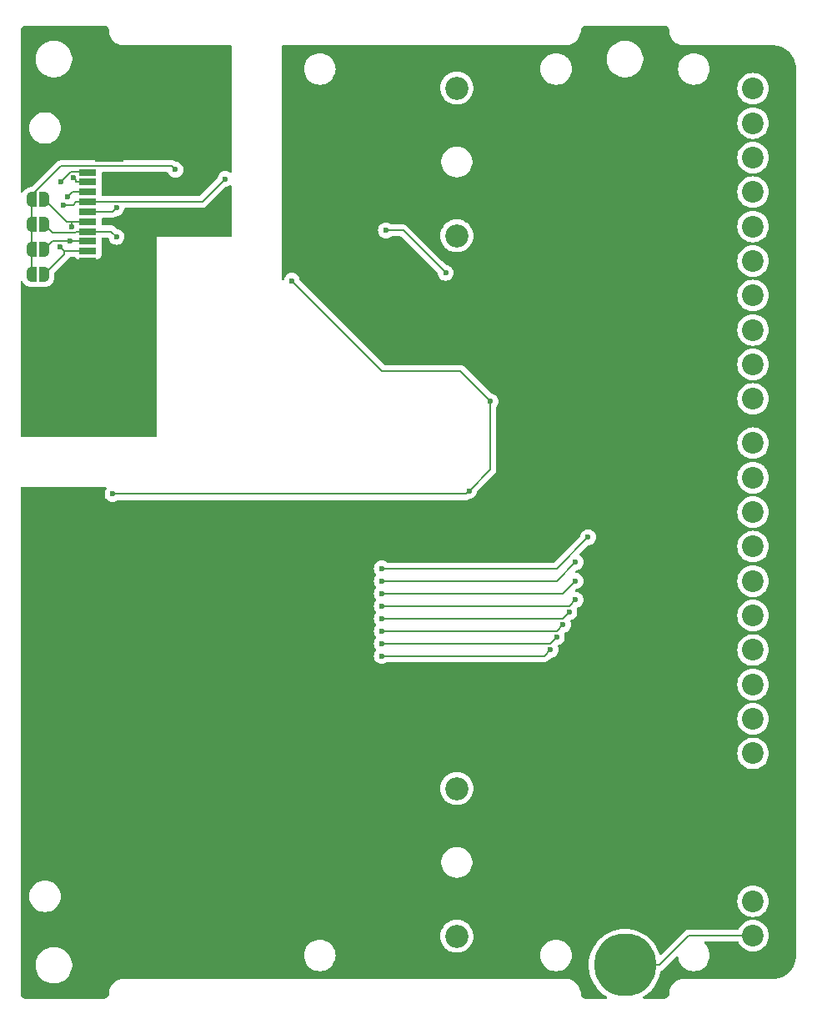
<source format=gbr>
%TF.GenerationSoftware,KiCad,Pcbnew,8.0.7-8.0.7-0~ubuntu24.04.1*%
%TF.CreationDate,2025-01-20T15:28:16+03:00*%
%TF.ProjectId,PM-DQ16-source,504d2d44-5131-4362-9d73-6f757263652e,rev?*%
%TF.SameCoordinates,Original*%
%TF.FileFunction,Copper,L2,Bot*%
%TF.FilePolarity,Positive*%
%FSLAX46Y46*%
G04 Gerber Fmt 4.6, Leading zero omitted, Abs format (unit mm)*
G04 Created by KiCad (PCBNEW 8.0.7-8.0.7-0~ubuntu24.04.1) date 2025-01-20 15:28:16*
%MOMM*%
%LPD*%
G01*
G04 APERTURE LIST*
G04 Aperture macros list*
%AMFreePoly0*
4,1,19,0.500000,-0.750000,0.000000,-0.750000,0.000000,-0.744911,-0.071157,-0.744911,-0.207708,-0.704816,-0.327430,-0.627875,-0.420627,-0.520320,-0.479746,-0.390866,-0.500000,-0.250000,-0.500000,0.250000,-0.479746,0.390866,-0.420627,0.520320,-0.327430,0.627875,-0.207708,0.704816,-0.071157,0.744911,0.000000,0.744911,0.000000,0.750000,0.500000,0.750000,0.500000,-0.750000,0.500000,-0.750000,
$1*%
%AMFreePoly1*
4,1,19,0.000000,0.744911,0.071157,0.744911,0.207708,0.704816,0.327430,0.627875,0.420627,0.520320,0.479746,0.390866,0.500000,0.250000,0.500000,-0.250000,0.479746,-0.390866,0.420627,-0.520320,0.327430,-0.627875,0.207708,-0.704816,0.071157,-0.744911,0.000000,-0.744911,0.000000,-0.750000,-0.500000,-0.750000,-0.500000,0.750000,0.000000,0.750000,0.000000,0.744911,0.000000,0.744911,
$1*%
G04 Aperture macros list end*
%TA.AperFunction,ComponentPad*%
%ADD10C,2.200000*%
%TD*%
%TA.AperFunction,ComponentPad*%
%ADD11C,2.350000*%
%TD*%
%TA.AperFunction,ComponentPad*%
%ADD12O,6.350000X6.350000*%
%TD*%
%TA.AperFunction,SMDPad,CuDef*%
%ADD13FreePoly0,180.000000*%
%TD*%
%TA.AperFunction,SMDPad,CuDef*%
%ADD14FreePoly1,180.000000*%
%TD*%
%TA.AperFunction,SMDPad,CuDef*%
%ADD15R,1.803400X0.635000*%
%TD*%
%TA.AperFunction,SMDPad,CuDef*%
%ADD16R,2.997200X2.590800*%
%TD*%
%TA.AperFunction,ViaPad*%
%ADD17C,0.600000*%
%TD*%
%TA.AperFunction,Conductor*%
%ADD18C,0.200000*%
%TD*%
G04 APERTURE END LIST*
D10*
%TO.P,J6,5,Pin_5*%
%TO.N,GND_ISO*%
X25000000Y-29000000D03*
%TO.P,J6,4,Pin_4*%
X25000000Y-32500000D03*
%TO.P,J6,3,Pin_3*%
X25000000Y-36000000D03*
%TO.P,J6,2,Pin_2*%
%TO.N,/PE*%
X25000000Y-39500000D03*
%TO.P,J6,1,Pin_1*%
X25000000Y-43000000D03*
%TD*%
%TO.P,J5,1,Pin_1*%
%TO.N,/b.7_out*%
X25000000Y-24500000D03*
%TO.P,J5,2,Pin_2*%
%TO.N,/b.6_out*%
X25000000Y-21000000D03*
%TO.P,J5,3,Pin_3*%
%TO.N,/b.5_out*%
X25000000Y-17500000D03*
%TO.P,J5,4,Pin_4*%
%TO.N,/b.4_out*%
X25000000Y-14000000D03*
%TO.P,J5,5,Pin_5*%
%TO.N,/b.3_out*%
X25000000Y-10500000D03*
%TO.P,J5,6,Pin_6*%
%TO.N,/b.2_out*%
X25000000Y-7000000D03*
%TO.P,J5,7,Pin_7*%
%TO.N,/b.1_out*%
X25000000Y-3500000D03*
%TO.P,J5,8,Pin_8*%
%TO.N,/b.0_out*%
X25000000Y0D03*
%TO.P,J5,9,Pin_9*%
%TO.N,+V_b*%
X25000000Y3500000D03*
%TO.P,J5,10,Pin_10*%
X25000000Y7000000D03*
%TD*%
%TO.P,J3,1,Pin_1*%
%TO.N,/a.7_out*%
X25000000Y11500000D03*
%TO.P,J3,2,Pin_2*%
%TO.N,/a.6_out*%
X25000000Y15000000D03*
%TO.P,J3,3,Pin_3*%
%TO.N,/a.5_out*%
X25000000Y18500000D03*
%TO.P,J3,4,Pin_4*%
%TO.N,/a.4_out*%
X25000000Y22000000D03*
%TO.P,J3,5,Pin_5*%
%TO.N,/a.3_out*%
X25000000Y25500000D03*
%TO.P,J3,6,Pin_6*%
%TO.N,/a.2_out*%
X25000000Y29000000D03*
%TO.P,J3,7,Pin_7*%
%TO.N,/a.1_out*%
X25000000Y32500000D03*
%TO.P,J3,8,Pin_8*%
%TO.N,/a.0_out*%
X25000000Y36000000D03*
%TO.P,J3,9,Pin_9*%
%TO.N,+V_a*%
X25000000Y39500000D03*
%TO.P,J3,10,Pin_10*%
X25000000Y43000000D03*
%TD*%
D11*
%TO.P,U8,1,1*%
%TO.N,Net-(U6-VCC)*%
X-5080000Y28060000D03*
%TO.P,U8,2,2*%
%TO.N,+V_a*%
X-5080000Y43060000D03*
%TD*%
%TO.P,U9,1,1*%
%TO.N,Net-(U7-VCC)*%
X-5080000Y-28060000D03*
%TO.P,U9,2,2*%
%TO.N,+V_b*%
X-5080000Y-43060000D03*
%TD*%
D12*
%TO.P,PE1,1*%
%TO.N,/PE*%
X12000000Y-46000000D03*
%TD*%
D13*
%TO.P,JP2,1,A*%
%TO.N,/CS1*%
X-46975000Y29210000D03*
D14*
%TO.P,JP2,2,B*%
%TO.N,/CS*%
X-48275000Y29210000D03*
%TD*%
D13*
%TO.P,JP4,1,A*%
%TO.N,/CS3*%
X-46975000Y24130000D03*
D14*
%TO.P,JP4,2,B*%
%TO.N,/CS*%
X-48275000Y24130000D03*
%TD*%
D13*
%TO.P,JP1,1,A*%
%TO.N,/CS0*%
X-46975000Y31750000D03*
D14*
%TO.P,JP1,2,B*%
%TO.N,/CS*%
X-48275000Y31750000D03*
%TD*%
D13*
%TO.P,JP3,1,A*%
%TO.N,/CS2*%
X-46975000Y26670000D03*
D14*
%TO.P,JP3,2,B*%
%TO.N,/CS*%
X-48275000Y26670000D03*
%TD*%
D15*
%TO.P,J7,1,Pin_1*%
%TO.N,+5V*%
X-42556000Y34499991D03*
%TO.P,J7,2,Pin_2*%
%TO.N,+3.3V*%
X-42556000Y33499993D03*
%TO.P,J7,3,Pin_3*%
%TO.N,/MOSI*%
X-42556000Y32499995D03*
%TO.P,J7,4,Pin_4*%
%TO.N,/MISO*%
X-42556000Y31499997D03*
%TO.P,J7,5,Pin_5*%
%TO.N,/SCK*%
X-42556000Y30499999D03*
%TO.P,J7,6,Pin_6*%
%TO.N,/CS0*%
X-42556000Y29500001D03*
%TO.P,J7,7,Pin_7*%
%TO.N,/CS1*%
X-42556000Y28500003D03*
%TO.P,J7,8,Pin_8*%
%TO.N,/CS2*%
X-42556000Y27500005D03*
%TO.P,J7,9,Pin_9*%
%TO.N,/CS3*%
X-42556000Y26500007D03*
%TO.P,J7,10,Pin_10*%
%TO.N,GND*%
X-42556000Y25500009D03*
D16*
%TO.P,J7,11,Pin_11*%
X-40385999Y36850002D03*
X-40385999Y23149998D03*
%TD*%
D17*
%TO.N,GND_ISO*%
X20320000Y-17780000D03*
X20955000Y-16510000D03*
X19685000Y-16510000D03*
%TO.N,/MOSI*%
X-44612300Y31976800D03*
%TO.N,/CS*%
X-33655000Y34770300D03*
%TO.N,/MISO*%
X-28598300Y33823000D03*
X-45050600Y31200700D03*
%TO.N,GND*%
X-39370000Y25400000D03*
X-38100000Y23495000D03*
X-39370000Y20955000D03*
X-38100000Y38100000D03*
X-42545000Y22225000D03*
X-42545000Y23495000D03*
X-39370000Y39370000D03*
X-38100000Y20955000D03*
X-32264264Y38664291D03*
X-40640000Y25400000D03*
X-38100000Y39370000D03*
X-40640000Y39370000D03*
X-38100000Y22225000D03*
X-38100000Y24765000D03*
X-42545000Y36830000D03*
X-41910000Y39370000D03*
X-41910000Y20955000D03*
X-40640000Y20955000D03*
X-42545000Y38100000D03*
%TO.N,/SCK*%
X-39629500Y30883000D03*
%TO.N,+3.3V*%
X-44016800Y33945800D03*
%TO.N,+5V*%
X-45308400Y33524000D03*
%TO.N,/CS3*%
X-45367200Y26935600D03*
%TO.N,/CS0*%
X-44169600Y29006200D03*
%TO.N,/CS1*%
X-39629500Y27941800D03*
%TO.N,/CS2*%
X-44389500Y27500000D03*
%TO.N,+5V_ISO*%
X-21823300Y23495000D03*
X-1663500Y11260400D03*
X-3843100Y2165500D03*
X-40043600Y1835200D03*
%TO.N,/SCK_ISO*%
X-6220000Y24292800D03*
X-12290800Y28602600D03*
%TO.N,/b.0_in*%
X-12700000Y-5715000D03*
X8255000Y-2540000D03*
%TO.N,/b.7_in*%
X-12700000Y-14605000D03*
X4445000Y-13970000D03*
%TO.N,/b.5_in*%
X-12700000Y-12065000D03*
X5715000Y-11430000D03*
%TO.N,/b.6_in*%
X-12700000Y-13335000D03*
X5080000Y-12700000D03*
%TO.N,/b.2_in*%
X-12700000Y-8255000D03*
X6985000Y-6985000D03*
%TO.N,/b.1_in*%
X-12700000Y-6985000D03*
X6985000Y-5080000D03*
%TO.N,/b.4_in*%
X-12700000Y-10795000D03*
X6350000Y-10160000D03*
%TO.N,/b.3_in*%
X6985000Y-8890000D03*
X-12700000Y-9525000D03*
%TD*%
D18*
%TO.N,/MOSI*%
X-42556000Y32500000D02*
X-44089100Y32500000D01*
X-44089100Y32500000D02*
X-44612300Y31976800D01*
%TO.N,/CS*%
X-45307000Y35119200D02*
X-34003900Y35119200D01*
X-48275000Y32151200D02*
X-45307000Y35119200D01*
X-48275000Y24130000D02*
X-48275000Y26670000D01*
X-34003900Y35119200D02*
X-33655000Y34770300D01*
X-48275000Y26670000D02*
X-48275000Y29210000D01*
X-48275000Y29210000D02*
X-48275000Y31750000D01*
X-48275000Y31750000D02*
X-48275000Y32151200D01*
%TO.N,/MISO*%
X-45050600Y31200700D02*
X-44058700Y31200700D01*
X-44058700Y31200700D02*
X-43759400Y31500000D01*
X-42556000Y31500000D02*
X-43759400Y31500000D01*
X-42556000Y31500000D02*
X-30921300Y31500000D01*
X-30921300Y31500000D02*
X-28598300Y33823000D01*
%TO.N,/SCK*%
X-40012500Y30500000D02*
X-39629500Y30883000D01*
X-42556000Y30500000D02*
X-40012500Y30500000D01*
%TO.N,+3.3V*%
X-43759400Y33500000D02*
X-43759400Y33688400D01*
X-42556000Y33500000D02*
X-43759400Y33500000D01*
X-43759400Y33688400D02*
X-44016800Y33945800D01*
%TO.N,+5V*%
X-44284800Y34547600D02*
X-45308400Y33524000D01*
X-42603600Y34547600D02*
X-44284800Y34547600D01*
X-42556000Y34500000D02*
X-42603600Y34547600D01*
%TO.N,/CS3*%
X-42556000Y26500000D02*
X-44931600Y26500000D01*
X-44931600Y26173400D02*
X-46975000Y24130000D01*
X-44931600Y26500000D02*
X-44931600Y26173400D01*
X-44931600Y26500000D02*
X-45367200Y26935600D01*
%TO.N,/CS0*%
X-42556000Y29500000D02*
X-44169600Y29500000D01*
X-44169600Y29500000D02*
X-44725000Y29500000D01*
X-44725000Y29500000D02*
X-46975000Y31750000D01*
X-44169600Y29500000D02*
X-44169600Y29006200D01*
%TO.N,/CS1*%
X-40187700Y28500000D02*
X-39629500Y27941800D01*
X-42556000Y28500000D02*
X-40187700Y28500000D01*
X-43854900Y28404500D02*
X-43759400Y28500000D01*
X-43056800Y28500000D02*
X-43759400Y28500000D01*
X-46975000Y29210000D02*
X-46169500Y28404500D01*
X-46169500Y28404500D02*
X-43854900Y28404500D01*
X-43056800Y28500000D02*
X-42556000Y28500000D01*
%TO.N,/CS2*%
X-46107700Y27537300D02*
X-46975000Y26670000D01*
X-44389500Y27500000D02*
X-44426800Y27537300D01*
X-44426800Y27537300D02*
X-46107700Y27537300D01*
X-44389500Y27500000D02*
X-42556000Y27500000D01*
%TO.N,+5V_ISO*%
X-1663500Y4345100D02*
X-1663500Y11260400D01*
X-3843100Y2165500D02*
X-1663500Y4345100D01*
X-40043600Y1835200D02*
X-4173400Y1835200D01*
X-4756300Y14353200D02*
X-1663500Y11260400D01*
X-21823300Y23495000D02*
X-12681500Y14353200D01*
X-4173400Y1835200D02*
X-3843100Y2165500D01*
X-12681500Y14353200D02*
X-4756300Y14353200D01*
%TO.N,/SCK_ISO*%
X-12290800Y28602600D02*
X-10529800Y28602600D01*
X-10529800Y28602600D02*
X-6220000Y24292800D01*
%TO.N,/b.0_in*%
X5080000Y-5715000D02*
X8255000Y-2540000D01*
X-12700000Y-5715000D02*
X5080000Y-5715000D01*
%TO.N,/b.7_in*%
X-12700000Y-14605000D02*
X3810000Y-14605000D01*
X3810000Y-14605000D02*
X4445000Y-13970000D01*
%TO.N,/b.5_in*%
X5080000Y-12065000D02*
X5715000Y-11430000D01*
X-12700000Y-12065000D02*
X5080000Y-12065000D01*
%TO.N,/b.6_in*%
X4445000Y-13335000D02*
X5080000Y-12700000D01*
X-12700000Y-13335000D02*
X4445000Y-13335000D01*
%TO.N,/b.2_in*%
X5080000Y-8255000D02*
X5715000Y-8255000D01*
X-12700000Y-8255000D02*
X5080000Y-8255000D01*
X5715000Y-8255000D02*
X6985000Y-6985000D01*
%TO.N,/b.1_in*%
X-12700000Y-6985000D02*
X5080000Y-6985000D01*
X5080000Y-6985000D02*
X6985000Y-5080000D01*
%TO.N,/b.4_in*%
X5715000Y-10795000D02*
X6350000Y-10160000D01*
X-12700000Y-10795000D02*
X5715000Y-10795000D01*
%TO.N,/b.3_in*%
X-12700000Y-9525000D02*
X6350000Y-9525000D01*
X6350000Y-9525000D02*
X6985000Y-8890000D01*
%TO.N,/PE*%
X18476700Y-43000000D02*
X26000000Y-43000000D01*
X15476700Y-46000000D02*
X18476700Y-43000000D01*
X12000000Y-46000000D02*
X15476700Y-46000000D01*
%TD*%
%TA.AperFunction,Conductor*%
%TO.N,GND_ISO*%
G36*
X16006922Y49398720D02*
G01*
X16097266Y49388541D01*
X16124331Y49382364D01*
X16203540Y49354648D01*
X16228553Y49342602D01*
X16299606Y49297957D01*
X16321313Y49280645D01*
X16380644Y49221314D01*
X16397957Y49199605D01*
X16442600Y49128556D01*
X16454648Y49103538D01*
X16482362Y49024334D01*
X16488540Y48997265D01*
X16498720Y48906924D01*
X16499500Y48893039D01*
X16499500Y48792683D01*
X16530044Y48580236D01*
X16530047Y48580226D01*
X16590517Y48374285D01*
X16679672Y48179062D01*
X16679679Y48179049D01*
X16795720Y47998486D01*
X16936275Y47836276D01*
X16956400Y47818838D01*
X17098487Y47695719D01*
X17227531Y47612789D01*
X17279048Y47579680D01*
X17279061Y47579673D01*
X17474284Y47490518D01*
X17474288Y47490517D01*
X17474290Y47490516D01*
X17680231Y47430046D01*
X17680232Y47430046D01*
X17680235Y47430045D01*
X17743584Y47420938D01*
X17892682Y47399500D01*
X17934108Y47399500D01*
X26934108Y47399500D01*
X26996249Y47399500D01*
X27003736Y47399274D01*
X27281742Y47382458D01*
X27296605Y47380653D01*
X27371845Y47366865D01*
X27566866Y47331126D01*
X27581395Y47327545D01*
X27843713Y47245803D01*
X27857706Y47240496D01*
X27897166Y47222737D01*
X28108264Y47127730D01*
X28121522Y47120772D01*
X28356658Y46978627D01*
X28368969Y46970129D01*
X28560321Y46820215D01*
X28585261Y46800676D01*
X28596469Y46790746D01*
X28790745Y46596470D01*
X28800675Y46585262D01*
X28970124Y46368976D01*
X28978630Y46356653D01*
X29120770Y46121524D01*
X29127729Y46108265D01*
X29240494Y45857710D01*
X29245803Y45843710D01*
X29327542Y45581403D01*
X29331126Y45566863D01*
X29380652Y45296606D01*
X29382457Y45281742D01*
X29399274Y45003737D01*
X29399500Y44996250D01*
X29399500Y-44996249D01*
X29399274Y-45003736D01*
X29382457Y-45281741D01*
X29380652Y-45296605D01*
X29331126Y-45566862D01*
X29327542Y-45581402D01*
X29245803Y-45843709D01*
X29240494Y-45857709D01*
X29127729Y-46108264D01*
X29120770Y-46121523D01*
X28978630Y-46356652D01*
X28970124Y-46368975D01*
X28800675Y-46585261D01*
X28790745Y-46596469D01*
X28596469Y-46790745D01*
X28585261Y-46800675D01*
X28368975Y-46970124D01*
X28356652Y-46978630D01*
X28121523Y-47120770D01*
X28108264Y-47127729D01*
X27857709Y-47240494D01*
X27843709Y-47245803D01*
X27581402Y-47327542D01*
X27566862Y-47331126D01*
X27296605Y-47380652D01*
X27281741Y-47382457D01*
X27003736Y-47399274D01*
X26996249Y-47399500D01*
X17892682Y-47399500D01*
X17680235Y-47430044D01*
X17680225Y-47430047D01*
X17474284Y-47490517D01*
X17279061Y-47579672D01*
X17279048Y-47579679D01*
X17098485Y-47695720D01*
X16936275Y-47836275D01*
X16795720Y-47998485D01*
X16679679Y-48179048D01*
X16679672Y-48179061D01*
X16590517Y-48374284D01*
X16530047Y-48580225D01*
X16530044Y-48580235D01*
X16499500Y-48792682D01*
X16499500Y-48893038D01*
X16498720Y-48906923D01*
X16488540Y-48997264D01*
X16482362Y-49024333D01*
X16454648Y-49103537D01*
X16442600Y-49128555D01*
X16397957Y-49199604D01*
X16380644Y-49221313D01*
X16321313Y-49280644D01*
X16299604Y-49297957D01*
X16228555Y-49342600D01*
X16203537Y-49354648D01*
X16124333Y-49382362D01*
X16097264Y-49388540D01*
X16017075Y-49397576D01*
X16006921Y-49398720D01*
X15993038Y-49399500D01*
X13932353Y-49399500D01*
X13865314Y-49379815D01*
X13819559Y-49327011D01*
X13809615Y-49257853D01*
X13838640Y-49194297D01*
X13864818Y-49171505D01*
X14163362Y-48977628D01*
X14163364Y-48977626D01*
X14163369Y-48977623D01*
X14462765Y-48735177D01*
X14735177Y-48462765D01*
X14977623Y-48163369D01*
X15061620Y-48034026D01*
X15088876Y-47992054D01*
X15187445Y-47840272D01*
X15362344Y-47497012D01*
X15500405Y-47137351D01*
X15600115Y-46765228D01*
X15616730Y-46660323D01*
X15646659Y-46597188D01*
X15701202Y-46563224D01*
X15700979Y-46562686D01*
X15704229Y-46561339D01*
X15705970Y-46560256D01*
X15707077Y-46559954D01*
X15708485Y-46559577D01*
X15758604Y-46530639D01*
X15845416Y-46480520D01*
X15957220Y-46368716D01*
X15957220Y-46368714D01*
X15967428Y-46358507D01*
X15967430Y-46358504D01*
X17199352Y-45126581D01*
X17260673Y-45093098D01*
X17330365Y-45098082D01*
X17386298Y-45139954D01*
X17410648Y-45204533D01*
X17413028Y-45234772D01*
X17414317Y-45251151D01*
X17473126Y-45496110D01*
X17569533Y-45728859D01*
X17701160Y-45943653D01*
X17701161Y-45943656D01*
X17701164Y-45943659D01*
X17864776Y-46135224D01*
X17964391Y-46220303D01*
X18056343Y-46298838D01*
X18056346Y-46298839D01*
X18271140Y-46430466D01*
X18503889Y-46526873D01*
X18748852Y-46585683D01*
X19000000Y-46605449D01*
X19251148Y-46585683D01*
X19496111Y-46526873D01*
X19728859Y-46430466D01*
X19943659Y-46298836D01*
X20135224Y-46135224D01*
X20298836Y-45943659D01*
X20430466Y-45728859D01*
X20526873Y-45496111D01*
X20585683Y-45251148D01*
X20605449Y-45000000D01*
X20585683Y-44748852D01*
X20526873Y-44503889D01*
X20472919Y-44373631D01*
X20430466Y-44271140D01*
X20298839Y-44056346D01*
X20298838Y-44056343D01*
X20256258Y-44006489D01*
X20135224Y-43864776D01*
X20081380Y-43818789D01*
X20043188Y-43760283D01*
X20042690Y-43690415D01*
X20080043Y-43631369D01*
X20143390Y-43601891D01*
X20161913Y-43600500D01*
X23433512Y-43600500D01*
X23500551Y-43620185D01*
X23546306Y-43672989D01*
X23548073Y-43677048D01*
X23569532Y-43728856D01*
X23569533Y-43728858D01*
X23701160Y-43943653D01*
X23701161Y-43943656D01*
X23701164Y-43943659D01*
X23864776Y-44135224D01*
X23992073Y-44243946D01*
X24056343Y-44298838D01*
X24056346Y-44298839D01*
X24271140Y-44430466D01*
X24503889Y-44526873D01*
X24748852Y-44585683D01*
X25000000Y-44605449D01*
X25251148Y-44585683D01*
X25496111Y-44526873D01*
X25728859Y-44430466D01*
X25943659Y-44298836D01*
X26135224Y-44135224D01*
X26298836Y-43943659D01*
X26430466Y-43728859D01*
X26526873Y-43496111D01*
X26585683Y-43251148D01*
X26597803Y-43097141D01*
X26599525Y-43087132D01*
X26599438Y-43087121D01*
X26600500Y-43079056D01*
X26600500Y-43067757D01*
X26600882Y-43058028D01*
X26605449Y-43000000D01*
X26600882Y-42941970D01*
X26600500Y-42932242D01*
X26600500Y-42920940D01*
X26599439Y-42912884D01*
X26599524Y-42912872D01*
X26597803Y-42902860D01*
X26585683Y-42748852D01*
X26526873Y-42503889D01*
X26483634Y-42399500D01*
X26430466Y-42271140D01*
X26298839Y-42056346D01*
X26298838Y-42056343D01*
X26261875Y-42013066D01*
X26135224Y-41864776D01*
X25996586Y-41746368D01*
X25943656Y-41701161D01*
X25943653Y-41701160D01*
X25728859Y-41569533D01*
X25496110Y-41473126D01*
X25251151Y-41414317D01*
X25000000Y-41394551D01*
X24748848Y-41414317D01*
X24503889Y-41473126D01*
X24271140Y-41569533D01*
X24056346Y-41701160D01*
X24056343Y-41701161D01*
X23864776Y-41864776D01*
X23701161Y-42056343D01*
X23701160Y-42056346D01*
X23569533Y-42271141D01*
X23569532Y-42271143D01*
X23548073Y-42322952D01*
X23504233Y-42377356D01*
X23437939Y-42399421D01*
X23433512Y-42399500D01*
X18563370Y-42399500D01*
X18563354Y-42399499D01*
X18555758Y-42399499D01*
X18397643Y-42399499D01*
X18321279Y-42419961D01*
X18244914Y-42440423D01*
X18244909Y-42440426D01*
X18107990Y-42519475D01*
X18107982Y-42519481D01*
X15708149Y-44919314D01*
X15646826Y-44952799D01*
X15577134Y-44947815D01*
X15521201Y-44905943D01*
X15501631Y-44865657D01*
X15501569Y-44865681D01*
X15501565Y-44865672D01*
X15501404Y-44865725D01*
X15500878Y-44864106D01*
X15500693Y-44863726D01*
X15500405Y-44862649D01*
X15362344Y-44502988D01*
X15187445Y-44159728D01*
X15171532Y-44135224D01*
X14977628Y-43836637D01*
X14977626Y-43836635D01*
X14963176Y-43818790D01*
X14735177Y-43537235D01*
X14462765Y-43264823D01*
X14163369Y-43022377D01*
X14163368Y-43022376D01*
X14163364Y-43022373D01*
X14163362Y-43022371D01*
X13840276Y-42812557D01*
X13497015Y-42637657D01*
X13137358Y-42499597D01*
X13137351Y-42499595D01*
X12765228Y-42399885D01*
X12765224Y-42399884D01*
X12765223Y-42399884D01*
X12384723Y-42339618D01*
X12000001Y-42319456D01*
X11999999Y-42319456D01*
X11615276Y-42339618D01*
X11234777Y-42399884D01*
X11234775Y-42399884D01*
X10862641Y-42499597D01*
X10502984Y-42637657D01*
X10159723Y-42812557D01*
X9836637Y-43022371D01*
X9836635Y-43022373D01*
X9537239Y-43264819D01*
X9537231Y-43264826D01*
X9264826Y-43537231D01*
X9264819Y-43537239D01*
X9022373Y-43836635D01*
X9022371Y-43836637D01*
X8812557Y-44159723D01*
X8637657Y-44502984D01*
X8499597Y-44862641D01*
X8399884Y-45234775D01*
X8399884Y-45234777D01*
X8339618Y-45615276D01*
X8319456Y-45999999D01*
X8319456Y-46000000D01*
X8339618Y-46384723D01*
X8372315Y-46591163D01*
X8399885Y-46765228D01*
X8414618Y-46820214D01*
X8499597Y-47137358D01*
X8637657Y-47497015D01*
X8812557Y-47840276D01*
X9022371Y-48163362D01*
X9022373Y-48163364D01*
X9022376Y-48163368D01*
X9022377Y-48163369D01*
X9264823Y-48462765D01*
X9537235Y-48735177D01*
X9749323Y-48906922D01*
X9836635Y-48977626D01*
X9836637Y-48977628D01*
X10135182Y-49171505D01*
X10180685Y-49224526D01*
X10190299Y-49293731D01*
X10160972Y-49357148D01*
X10102015Y-49394642D01*
X10067647Y-49399500D01*
X8006962Y-49399500D01*
X7993078Y-49398720D01*
X7980553Y-49397308D01*
X7902735Y-49388540D01*
X7875666Y-49382362D01*
X7796462Y-49354648D01*
X7771444Y-49342600D01*
X7700395Y-49297957D01*
X7678686Y-49280644D01*
X7619355Y-49221313D01*
X7602042Y-49199604D01*
X7598707Y-49194297D01*
X7557398Y-49128553D01*
X7545351Y-49103537D01*
X7517637Y-49024333D01*
X7511459Y-48997263D01*
X7509246Y-48977626D01*
X7501280Y-48906922D01*
X7500500Y-48893038D01*
X7500500Y-48792683D01*
X7500500Y-48792682D01*
X7469954Y-48580231D01*
X7409484Y-48374290D01*
X7409483Y-48374288D01*
X7409482Y-48374284D01*
X7320327Y-48179061D01*
X7320320Y-48179048D01*
X7227120Y-48034026D01*
X7204281Y-47998487D01*
X7171172Y-47960277D01*
X7063724Y-47836275D01*
X6901514Y-47695720D01*
X6901513Y-47695719D01*
X6824634Y-47646312D01*
X6720951Y-47579679D01*
X6720938Y-47579672D01*
X6525715Y-47490517D01*
X6319774Y-47430047D01*
X6319764Y-47430044D01*
X6128754Y-47402582D01*
X6107318Y-47399500D01*
X6065892Y-47399500D01*
X-38834108Y-47399500D01*
X-38900000Y-47399500D01*
X-39007318Y-47399500D01*
X-39219765Y-47430044D01*
X-39219775Y-47430047D01*
X-39425716Y-47490517D01*
X-39620939Y-47579672D01*
X-39620952Y-47579679D01*
X-39801515Y-47695720D01*
X-39963725Y-47836275D01*
X-40104280Y-47998485D01*
X-40220321Y-48179048D01*
X-40220328Y-48179061D01*
X-40309483Y-48374284D01*
X-40369953Y-48580225D01*
X-40369956Y-48580235D01*
X-40400500Y-48792682D01*
X-40400500Y-48893038D01*
X-40401280Y-48906923D01*
X-40411460Y-48997264D01*
X-40417638Y-49024333D01*
X-40445352Y-49103537D01*
X-40457400Y-49128555D01*
X-40502043Y-49199604D01*
X-40519356Y-49221313D01*
X-40578687Y-49280644D01*
X-40600396Y-49297957D01*
X-40671445Y-49342600D01*
X-40696463Y-49354648D01*
X-40775667Y-49382362D01*
X-40802736Y-49388540D01*
X-40882925Y-49397576D01*
X-40893079Y-49398720D01*
X-40906962Y-49399500D01*
X-48893038Y-49399500D01*
X-48906922Y-49398720D01*
X-48919447Y-49397308D01*
X-48997265Y-49388540D01*
X-49024334Y-49382362D01*
X-49103538Y-49354648D01*
X-49128556Y-49342600D01*
X-49199605Y-49297957D01*
X-49221314Y-49280644D01*
X-49280645Y-49221313D01*
X-49297958Y-49199604D01*
X-49301293Y-49194297D01*
X-49342602Y-49128553D01*
X-49354649Y-49103537D01*
X-49382363Y-49024333D01*
X-49388541Y-48997263D01*
X-49390754Y-48977626D01*
X-49398720Y-48906922D01*
X-49399500Y-48893038D01*
X-49399500Y-45878711D01*
X-47850500Y-45878711D01*
X-47850500Y-46121288D01*
X-47819271Y-46358507D01*
X-47818838Y-46361789D01*
X-47812693Y-46384722D01*
X-47756053Y-46596104D01*
X-47663227Y-46820205D01*
X-47663224Y-46820212D01*
X-47541936Y-47030289D01*
X-47541934Y-47030292D01*
X-47541933Y-47030293D01*
X-47394267Y-47222736D01*
X-47394261Y-47222743D01*
X-47222744Y-47394260D01*
X-47222738Y-47394265D01*
X-47030289Y-47541936D01*
X-46820212Y-47663224D01*
X-46596100Y-47756054D01*
X-46361789Y-47818838D01*
X-46198948Y-47840276D01*
X-46121289Y-47850500D01*
X-46121288Y-47850500D01*
X-45878711Y-47850500D01*
X-45801052Y-47840276D01*
X-45638211Y-47818838D01*
X-45403900Y-47756054D01*
X-45179788Y-47663224D01*
X-44969711Y-47541936D01*
X-44777262Y-47394265D01*
X-44605735Y-47222738D01*
X-44458064Y-47030289D01*
X-44336776Y-46820212D01*
X-44243946Y-46596100D01*
X-44181162Y-46361789D01*
X-44149500Y-46121288D01*
X-44149500Y-45878712D01*
X-44181162Y-45638211D01*
X-44243946Y-45403900D01*
X-44336776Y-45179788D01*
X-44440577Y-45000000D01*
X-20605449Y-45000000D01*
X-20585683Y-45251151D01*
X-20526874Y-45496110D01*
X-20430467Y-45728859D01*
X-20298840Y-45943653D01*
X-20298839Y-45943656D01*
X-20298836Y-45943659D01*
X-20135224Y-46135224D01*
X-20035609Y-46220303D01*
X-19943657Y-46298838D01*
X-19943654Y-46298839D01*
X-19728860Y-46430466D01*
X-19496111Y-46526873D01*
X-19251148Y-46585683D01*
X-19000000Y-46605449D01*
X-18748852Y-46585683D01*
X-18503889Y-46526873D01*
X-18271141Y-46430466D01*
X-18056341Y-46298836D01*
X-17864776Y-46135224D01*
X-17701164Y-45943659D01*
X-17569534Y-45728859D01*
X-17473127Y-45496111D01*
X-17414317Y-45251148D01*
X-17394551Y-45000000D01*
X3394551Y-45000000D01*
X3414317Y-45251151D01*
X3473126Y-45496110D01*
X3569533Y-45728859D01*
X3701160Y-45943653D01*
X3701161Y-45943656D01*
X3701164Y-45943659D01*
X3864776Y-46135224D01*
X3964391Y-46220303D01*
X4056343Y-46298838D01*
X4056346Y-46298839D01*
X4271140Y-46430466D01*
X4503889Y-46526873D01*
X4748852Y-46585683D01*
X5000000Y-46605449D01*
X5251148Y-46585683D01*
X5496111Y-46526873D01*
X5728859Y-46430466D01*
X5943659Y-46298836D01*
X6135224Y-46135224D01*
X6298836Y-45943659D01*
X6430466Y-45728859D01*
X6526873Y-45496111D01*
X6585683Y-45251148D01*
X6605449Y-45000000D01*
X6585683Y-44748852D01*
X6526873Y-44503889D01*
X6472919Y-44373631D01*
X6430466Y-44271140D01*
X6298839Y-44056346D01*
X6298838Y-44056343D01*
X6256258Y-44006489D01*
X6135224Y-43864776D01*
X5976082Y-43728856D01*
X5943656Y-43701161D01*
X5943653Y-43701160D01*
X5728859Y-43569533D01*
X5496110Y-43473126D01*
X5251151Y-43414317D01*
X5000000Y-43394551D01*
X4748848Y-43414317D01*
X4503889Y-43473126D01*
X4271140Y-43569533D01*
X4056346Y-43701160D01*
X4056343Y-43701161D01*
X3864776Y-43864776D01*
X3701161Y-44056343D01*
X3701160Y-44056346D01*
X3569533Y-44271140D01*
X3473126Y-44503889D01*
X3414317Y-44748848D01*
X3394551Y-45000000D01*
X-17394551Y-45000000D01*
X-17414317Y-44748852D01*
X-17473127Y-44503889D01*
X-17527081Y-44373631D01*
X-17569534Y-44271140D01*
X-17701161Y-44056346D01*
X-17701162Y-44056343D01*
X-17743742Y-44006489D01*
X-17864776Y-43864776D01*
X-18023918Y-43728856D01*
X-18056344Y-43701161D01*
X-18056347Y-43701160D01*
X-18271141Y-43569533D01*
X-18503890Y-43473126D01*
X-18748849Y-43414317D01*
X-19000000Y-43394551D01*
X-19251152Y-43414317D01*
X-19496111Y-43473126D01*
X-19728860Y-43569533D01*
X-19943654Y-43701160D01*
X-19943657Y-43701161D01*
X-20135224Y-43864776D01*
X-20298839Y-44056343D01*
X-20298840Y-44056346D01*
X-20430467Y-44271140D01*
X-20526874Y-44503889D01*
X-20585683Y-44748848D01*
X-20605449Y-45000000D01*
X-44440577Y-45000000D01*
X-44458064Y-44969711D01*
X-44540215Y-44862649D01*
X-44605734Y-44777263D01*
X-44605740Y-44777256D01*
X-44777257Y-44605739D01*
X-44777264Y-44605733D01*
X-44969707Y-44458067D01*
X-44969708Y-44458066D01*
X-44969711Y-44458064D01*
X-45179788Y-44336776D01*
X-45179795Y-44336773D01*
X-45403896Y-44243947D01*
X-45638215Y-44181161D01*
X-45878711Y-44149500D01*
X-45878712Y-44149500D01*
X-46121288Y-44149500D01*
X-46121289Y-44149500D01*
X-46361786Y-44181161D01*
X-46596105Y-44243947D01*
X-46820206Y-44336773D01*
X-46820215Y-44336777D01*
X-47030294Y-44458067D01*
X-47222737Y-44605733D01*
X-47222744Y-44605739D01*
X-47394261Y-44777256D01*
X-47394267Y-44777263D01*
X-47541933Y-44969706D01*
X-47663223Y-45179785D01*
X-47663227Y-45179794D01*
X-47756053Y-45403895D01*
X-47818839Y-45638214D01*
X-47850500Y-45878711D01*
X-49399500Y-45878711D01*
X-49399500Y-43059995D01*
X-6760198Y-43059995D01*
X-6760198Y-43060004D01*
X-6741433Y-43310419D01*
X-6689664Y-43537231D01*
X-6685552Y-43555247D01*
X-6660066Y-43620185D01*
X-6593806Y-43789011D01*
X-6593807Y-43789011D01*
X-6514204Y-43926885D01*
X-6468245Y-44006489D01*
X-6428485Y-44056346D01*
X-6311669Y-44202829D01*
X-6167306Y-44336777D01*
X-6127586Y-44373632D01*
X-5920099Y-44515094D01*
X-5920094Y-44515096D01*
X-5920093Y-44515097D01*
X-5920092Y-44515098D01*
X-5799930Y-44572964D01*
X-5693849Y-44624050D01*
X-5693848Y-44624050D01*
X-5693845Y-44624052D01*
X-5453879Y-44698072D01*
X-5205561Y-44735500D01*
X-5205560Y-44735500D01*
X-4954440Y-44735500D01*
X-4954439Y-44735500D01*
X-4706121Y-44698072D01*
X-4466155Y-44624052D01*
X-4239901Y-44515094D01*
X-4032414Y-44373632D01*
X-3848328Y-44202825D01*
X-3691755Y-44006489D01*
X-3566194Y-43789011D01*
X-3474448Y-43555247D01*
X-3418568Y-43310421D01*
X-3399802Y-43060000D01*
X-3399950Y-43058028D01*
X-3418568Y-42809580D01*
X-3432429Y-42748852D01*
X-3474448Y-42564753D01*
X-3566194Y-42330989D01*
X-3566195Y-42330988D01*
X-3566194Y-42330988D01*
X-3612153Y-42251385D01*
X-3691755Y-42113511D01*
X-3848328Y-41917175D01*
X-3848329Y-41917174D01*
X-3848332Y-41917170D01*
X-4032414Y-41746368D01*
X-4239901Y-41604906D01*
X-4239905Y-41604904D01*
X-4239908Y-41604902D01*
X-4239909Y-41604901D01*
X-4466153Y-41495949D01*
X-4466151Y-41495949D01*
X-4706113Y-41421930D01*
X-4706117Y-41421929D01*
X-4706121Y-41421928D01*
X-4825568Y-41403924D01*
X-4954434Y-41384500D01*
X-4954439Y-41384500D01*
X-5205561Y-41384500D01*
X-5205567Y-41384500D01*
X-5360208Y-41407809D01*
X-5453879Y-41421928D01*
X-5453882Y-41421929D01*
X-5453888Y-41421930D01*
X-5693849Y-41495949D01*
X-5920092Y-41604901D01*
X-5920093Y-41604902D01*
X-6127587Y-41746368D01*
X-6311669Y-41917170D01*
X-6468245Y-42113511D01*
X-6593806Y-42330988D01*
X-6685550Y-42564747D01*
X-6685555Y-42564764D01*
X-6741433Y-42809580D01*
X-6760198Y-43059995D01*
X-49399500Y-43059995D01*
X-49399500Y-39000000D01*
X-48505449Y-39000000D01*
X-48485683Y-39251151D01*
X-48426874Y-39496110D01*
X-48330467Y-39728859D01*
X-48198840Y-39943653D01*
X-48198839Y-39943656D01*
X-48198836Y-39943659D01*
X-48035224Y-40135224D01*
X-47886934Y-40261875D01*
X-47843657Y-40298838D01*
X-47843654Y-40298839D01*
X-47628860Y-40430466D01*
X-47396111Y-40526873D01*
X-47151148Y-40585683D01*
X-46900000Y-40605449D01*
X-46648852Y-40585683D01*
X-46403889Y-40526873D01*
X-46171141Y-40430466D01*
X-45956341Y-40298836D01*
X-45764776Y-40135224D01*
X-45601164Y-39943659D01*
X-45469534Y-39728859D01*
X-45374738Y-39500000D01*
X23394551Y-39500000D01*
X23414317Y-39751151D01*
X23473126Y-39996110D01*
X23569533Y-40228859D01*
X23701160Y-40443653D01*
X23701161Y-40443656D01*
X23701164Y-40443659D01*
X23864776Y-40635224D01*
X24013066Y-40761875D01*
X24056343Y-40798838D01*
X24056346Y-40798839D01*
X24271140Y-40930466D01*
X24503889Y-41026873D01*
X24748852Y-41085683D01*
X25000000Y-41105449D01*
X25251148Y-41085683D01*
X25496111Y-41026873D01*
X25728859Y-40930466D01*
X25943659Y-40798836D01*
X26135224Y-40635224D01*
X26298836Y-40443659D01*
X26430466Y-40228859D01*
X26526873Y-39996111D01*
X26585683Y-39751148D01*
X26605449Y-39500000D01*
X26585683Y-39248852D01*
X26526873Y-39003889D01*
X26430466Y-38771141D01*
X26430466Y-38771140D01*
X26298839Y-38556346D01*
X26298838Y-38556343D01*
X26183181Y-38420927D01*
X26135224Y-38364776D01*
X26008571Y-38256604D01*
X25943656Y-38201161D01*
X25943653Y-38201160D01*
X25728859Y-38069533D01*
X25496110Y-37973126D01*
X25251151Y-37914317D01*
X25000000Y-37894551D01*
X24748848Y-37914317D01*
X24503889Y-37973126D01*
X24271140Y-38069533D01*
X24056346Y-38201160D01*
X24056343Y-38201161D01*
X23864776Y-38364776D01*
X23701161Y-38556343D01*
X23701160Y-38556346D01*
X23569533Y-38771140D01*
X23473126Y-39003889D01*
X23414317Y-39248848D01*
X23394551Y-39500000D01*
X-45374738Y-39500000D01*
X-45373127Y-39496111D01*
X-45314317Y-39251148D01*
X-45294551Y-39000000D01*
X-45314317Y-38748852D01*
X-45373127Y-38503889D01*
X-45469534Y-38271141D01*
X-45469534Y-38271140D01*
X-45601161Y-38056346D01*
X-45601162Y-38056343D01*
X-45638125Y-38013066D01*
X-45764776Y-37864776D01*
X-45891429Y-37756604D01*
X-45956344Y-37701161D01*
X-45956347Y-37701160D01*
X-46171141Y-37569533D01*
X-46403890Y-37473126D01*
X-46648849Y-37414317D01*
X-46900000Y-37394551D01*
X-47151152Y-37414317D01*
X-47396111Y-37473126D01*
X-47628860Y-37569533D01*
X-47843654Y-37701160D01*
X-47843657Y-37701161D01*
X-48035224Y-37864776D01*
X-48198839Y-38056343D01*
X-48198840Y-38056346D01*
X-48330467Y-38271140D01*
X-48426874Y-38503889D01*
X-48485683Y-38748848D01*
X-48505449Y-39000000D01*
X-49399500Y-39000000D01*
X-49399500Y-35435999D01*
X-6655500Y-35435999D01*
X-6655500Y-35684000D01*
X-6616707Y-35928927D01*
X-6616706Y-35928931D01*
X-6540073Y-36164782D01*
X-6427489Y-36385742D01*
X-6281724Y-36586370D01*
X-6106370Y-36761724D01*
X-5905742Y-36907489D01*
X-5684782Y-37020073D01*
X-5448931Y-37096706D01*
X-5357080Y-37111253D01*
X-5204000Y-37135500D01*
X-5203995Y-37135500D01*
X-4956000Y-37135500D01*
X-4819930Y-37113947D01*
X-4711069Y-37096706D01*
X-4475218Y-37020073D01*
X-4254258Y-36907489D01*
X-4053630Y-36761724D01*
X-3878276Y-36586370D01*
X-3732511Y-36385742D01*
X-3619927Y-36164782D01*
X-3543294Y-35928931D01*
X-3526053Y-35820070D01*
X-3504500Y-35684000D01*
X-3504500Y-35435999D01*
X-3543294Y-35191072D01*
X-3543294Y-35191069D01*
X-3619927Y-34955218D01*
X-3732511Y-34734258D01*
X-3878276Y-34533630D01*
X-4053630Y-34358276D01*
X-4254258Y-34212511D01*
X-4475218Y-34099927D01*
X-4711069Y-34023294D01*
X-4711071Y-34023293D01*
X-4711073Y-34023293D01*
X-4956000Y-33984500D01*
X-4956005Y-33984500D01*
X-5203995Y-33984500D01*
X-5204000Y-33984500D01*
X-5448928Y-34023293D01*
X-5684785Y-34099928D01*
X-5905743Y-34212511D01*
X-6020208Y-34295675D01*
X-6106370Y-34358276D01*
X-6106372Y-34358278D01*
X-6106373Y-34358278D01*
X-6281722Y-34533627D01*
X-6281722Y-34533628D01*
X-6281724Y-34533630D01*
X-6344325Y-34619792D01*
X-6427489Y-34734257D01*
X-6540072Y-34955215D01*
X-6616707Y-35191072D01*
X-6655500Y-35435999D01*
X-49399500Y-35435999D01*
X-49399500Y-28059995D01*
X-6760198Y-28059995D01*
X-6760198Y-28060004D01*
X-6741433Y-28310419D01*
X-6685555Y-28555235D01*
X-6685552Y-28555247D01*
X-6685550Y-28555252D01*
X-6593806Y-28789011D01*
X-6593807Y-28789011D01*
X-6514204Y-28926885D01*
X-6468245Y-29006489D01*
X-6341783Y-29165067D01*
X-6311669Y-29202829D01*
X-6137893Y-29364069D01*
X-6127586Y-29373632D01*
X-5920099Y-29515094D01*
X-5920094Y-29515096D01*
X-5920093Y-29515097D01*
X-5920092Y-29515098D01*
X-5799930Y-29572964D01*
X-5693849Y-29624050D01*
X-5693848Y-29624050D01*
X-5693845Y-29624052D01*
X-5453879Y-29698072D01*
X-5205561Y-29735500D01*
X-5205560Y-29735500D01*
X-4954440Y-29735500D01*
X-4954439Y-29735500D01*
X-4706121Y-29698072D01*
X-4466155Y-29624052D01*
X-4239901Y-29515094D01*
X-4032414Y-29373632D01*
X-3848328Y-29202825D01*
X-3691755Y-29006489D01*
X-3566194Y-28789011D01*
X-3474448Y-28555247D01*
X-3418568Y-28310421D01*
X-3399802Y-28060000D01*
X-3418568Y-27809579D01*
X-3474448Y-27564753D01*
X-3566194Y-27330989D01*
X-3566195Y-27330988D01*
X-3566194Y-27330988D01*
X-3612153Y-27251385D01*
X-3691755Y-27113511D01*
X-3848328Y-26917175D01*
X-3848329Y-26917174D01*
X-3848332Y-26917170D01*
X-4032414Y-26746368D01*
X-4239901Y-26604906D01*
X-4239905Y-26604904D01*
X-4239908Y-26604902D01*
X-4239909Y-26604901D01*
X-4466153Y-26495949D01*
X-4466151Y-26495949D01*
X-4706113Y-26421930D01*
X-4706117Y-26421929D01*
X-4706121Y-26421928D01*
X-4825568Y-26403924D01*
X-4954434Y-26384500D01*
X-4954439Y-26384500D01*
X-5205561Y-26384500D01*
X-5205567Y-26384500D01*
X-5360208Y-26407809D01*
X-5453879Y-26421928D01*
X-5453882Y-26421929D01*
X-5453888Y-26421930D01*
X-5693849Y-26495949D01*
X-5920092Y-26604901D01*
X-5920093Y-26604902D01*
X-6127587Y-26746368D01*
X-6311669Y-26917170D01*
X-6468245Y-27113511D01*
X-6593806Y-27330988D01*
X-6685550Y-27564747D01*
X-6685555Y-27564764D01*
X-6741433Y-27809580D01*
X-6760198Y-28059995D01*
X-49399500Y-28059995D01*
X-49399500Y-24500000D01*
X23394551Y-24500000D01*
X23414317Y-24751151D01*
X23473126Y-24996110D01*
X23569533Y-25228859D01*
X23701160Y-25443653D01*
X23701161Y-25443656D01*
X23701164Y-25443659D01*
X23864776Y-25635224D01*
X24013066Y-25761875D01*
X24056343Y-25798838D01*
X24056346Y-25798839D01*
X24271140Y-25930466D01*
X24503889Y-26026873D01*
X24748852Y-26085683D01*
X25000000Y-26105449D01*
X25251148Y-26085683D01*
X25496111Y-26026873D01*
X25728859Y-25930466D01*
X25943659Y-25798836D01*
X26135224Y-25635224D01*
X26298836Y-25443659D01*
X26430466Y-25228859D01*
X26526873Y-24996111D01*
X26585683Y-24751148D01*
X26605449Y-24500000D01*
X26585683Y-24248852D01*
X26526873Y-24003889D01*
X26430466Y-23771141D01*
X26430466Y-23771140D01*
X26298839Y-23556346D01*
X26298838Y-23556343D01*
X26261875Y-23513066D01*
X26135224Y-23364776D01*
X26008571Y-23256604D01*
X25943656Y-23201161D01*
X25943653Y-23201160D01*
X25728859Y-23069533D01*
X25496110Y-22973126D01*
X25251151Y-22914317D01*
X25000000Y-22894551D01*
X24748848Y-22914317D01*
X24503889Y-22973126D01*
X24271140Y-23069533D01*
X24056346Y-23201160D01*
X24056343Y-23201161D01*
X23864776Y-23364776D01*
X23701161Y-23556343D01*
X23701160Y-23556346D01*
X23569533Y-23771140D01*
X23473126Y-24003889D01*
X23414317Y-24248848D01*
X23394551Y-24500000D01*
X-49399500Y-24500000D01*
X-49399500Y-21000000D01*
X23394551Y-21000000D01*
X23414317Y-21251151D01*
X23473126Y-21496110D01*
X23569533Y-21728859D01*
X23701160Y-21943653D01*
X23701161Y-21943656D01*
X23701164Y-21943659D01*
X23864776Y-22135224D01*
X24013066Y-22261875D01*
X24056343Y-22298838D01*
X24056346Y-22298839D01*
X24271140Y-22430466D01*
X24503889Y-22526873D01*
X24748852Y-22585683D01*
X25000000Y-22605449D01*
X25251148Y-22585683D01*
X25496111Y-22526873D01*
X25728859Y-22430466D01*
X25943659Y-22298836D01*
X26135224Y-22135224D01*
X26298836Y-21943659D01*
X26430466Y-21728859D01*
X26526873Y-21496111D01*
X26585683Y-21251148D01*
X26605449Y-21000000D01*
X26585683Y-20748852D01*
X26526873Y-20503889D01*
X26430466Y-20271141D01*
X26430466Y-20271140D01*
X26298839Y-20056346D01*
X26298838Y-20056343D01*
X26261875Y-20013066D01*
X26135224Y-19864776D01*
X26008571Y-19756604D01*
X25943656Y-19701161D01*
X25943653Y-19701160D01*
X25728859Y-19569533D01*
X25496110Y-19473126D01*
X25251151Y-19414317D01*
X25000000Y-19394551D01*
X24748848Y-19414317D01*
X24503889Y-19473126D01*
X24271140Y-19569533D01*
X24056346Y-19701160D01*
X24056343Y-19701161D01*
X23864776Y-19864776D01*
X23701161Y-20056343D01*
X23701160Y-20056346D01*
X23569533Y-20271140D01*
X23473126Y-20503889D01*
X23414317Y-20748848D01*
X23394551Y-21000000D01*
X-49399500Y-21000000D01*
X-49399500Y-17500000D01*
X23394551Y-17500000D01*
X23414317Y-17751151D01*
X23473126Y-17996110D01*
X23569533Y-18228859D01*
X23701160Y-18443653D01*
X23701161Y-18443656D01*
X23701164Y-18443659D01*
X23864776Y-18635224D01*
X24013066Y-18761875D01*
X24056343Y-18798838D01*
X24056346Y-18798839D01*
X24271140Y-18930466D01*
X24503889Y-19026873D01*
X24748852Y-19085683D01*
X25000000Y-19105449D01*
X25251148Y-19085683D01*
X25496111Y-19026873D01*
X25728859Y-18930466D01*
X25943659Y-18798836D01*
X26135224Y-18635224D01*
X26298836Y-18443659D01*
X26430466Y-18228859D01*
X26526873Y-17996111D01*
X26585683Y-17751148D01*
X26605449Y-17500000D01*
X26585683Y-17248852D01*
X26526873Y-17003889D01*
X26430466Y-16771141D01*
X26430466Y-16771140D01*
X26298839Y-16556346D01*
X26298838Y-16556343D01*
X26261875Y-16513066D01*
X26135224Y-16364776D01*
X26008571Y-16256604D01*
X25943656Y-16201161D01*
X25943653Y-16201160D01*
X25728859Y-16069533D01*
X25496110Y-15973126D01*
X25251151Y-15914317D01*
X25000000Y-15894551D01*
X24748848Y-15914317D01*
X24503889Y-15973126D01*
X24271140Y-16069533D01*
X24056346Y-16201160D01*
X24056343Y-16201161D01*
X23864776Y-16364776D01*
X23701161Y-16556343D01*
X23701160Y-16556346D01*
X23569533Y-16771140D01*
X23473126Y-17003889D01*
X23414317Y-17248848D01*
X23394551Y-17500000D01*
X-49399500Y-17500000D01*
X-49399500Y-5714996D01*
X-13505565Y-5714996D01*
X-13505565Y-5715003D01*
X-13485370Y-5894249D01*
X-13485369Y-5894254D01*
X-13425789Y-6064523D01*
X-13329816Y-6217262D01*
X-13329815Y-6217263D01*
X-13284759Y-6262320D01*
X-13251275Y-6323643D01*
X-13256260Y-6393335D01*
X-13284759Y-6437680D01*
X-13329816Y-6482737D01*
X-13425789Y-6635476D01*
X-13485369Y-6805745D01*
X-13485370Y-6805750D01*
X-13505565Y-6984996D01*
X-13505565Y-6985003D01*
X-13485370Y-7164249D01*
X-13485369Y-7164254D01*
X-13425789Y-7334523D01*
X-13329816Y-7487262D01*
X-13329815Y-7487263D01*
X-13284759Y-7532320D01*
X-13251275Y-7593643D01*
X-13256260Y-7663335D01*
X-13284759Y-7707680D01*
X-13329816Y-7752737D01*
X-13425789Y-7905476D01*
X-13485369Y-8075745D01*
X-13485370Y-8075750D01*
X-13505565Y-8254996D01*
X-13505565Y-8255003D01*
X-13485370Y-8434249D01*
X-13485369Y-8434254D01*
X-13425789Y-8604523D01*
X-13329816Y-8757262D01*
X-13329815Y-8757263D01*
X-13284759Y-8802320D01*
X-13251275Y-8863643D01*
X-13256260Y-8933335D01*
X-13284759Y-8977680D01*
X-13329816Y-9022737D01*
X-13425789Y-9175476D01*
X-13485369Y-9345745D01*
X-13485370Y-9345750D01*
X-13505565Y-9524996D01*
X-13505565Y-9525003D01*
X-13485370Y-9704249D01*
X-13485369Y-9704254D01*
X-13425789Y-9874523D01*
X-13329816Y-10027262D01*
X-13329815Y-10027263D01*
X-13284759Y-10072320D01*
X-13251275Y-10133643D01*
X-13256260Y-10203335D01*
X-13284759Y-10247680D01*
X-13329816Y-10292737D01*
X-13425789Y-10445476D01*
X-13485369Y-10615745D01*
X-13485370Y-10615750D01*
X-13505565Y-10794996D01*
X-13505565Y-10795003D01*
X-13485370Y-10974249D01*
X-13485369Y-10974254D01*
X-13425789Y-11144523D01*
X-13329816Y-11297262D01*
X-13329815Y-11297263D01*
X-13284759Y-11342320D01*
X-13251275Y-11403643D01*
X-13256260Y-11473335D01*
X-13284759Y-11517680D01*
X-13329816Y-11562737D01*
X-13425789Y-11715476D01*
X-13485369Y-11885745D01*
X-13485370Y-11885750D01*
X-13505565Y-12064996D01*
X-13505565Y-12065003D01*
X-13485370Y-12244249D01*
X-13485369Y-12244254D01*
X-13425789Y-12414523D01*
X-13329816Y-12567262D01*
X-13329815Y-12567263D01*
X-13284759Y-12612320D01*
X-13251275Y-12673643D01*
X-13256260Y-12743335D01*
X-13284759Y-12787680D01*
X-13329816Y-12832737D01*
X-13425789Y-12985476D01*
X-13485369Y-13155745D01*
X-13485370Y-13155750D01*
X-13505565Y-13334996D01*
X-13505565Y-13335003D01*
X-13485370Y-13514249D01*
X-13485369Y-13514254D01*
X-13425789Y-13684523D01*
X-13329816Y-13837262D01*
X-13329815Y-13837263D01*
X-13284759Y-13882320D01*
X-13251275Y-13943643D01*
X-13256260Y-14013335D01*
X-13284759Y-14057680D01*
X-13329816Y-14102737D01*
X-13425789Y-14255476D01*
X-13485369Y-14425745D01*
X-13485370Y-14425750D01*
X-13505565Y-14604996D01*
X-13505565Y-14605003D01*
X-13485370Y-14784249D01*
X-13485369Y-14784254D01*
X-13425789Y-14954523D01*
X-13329816Y-15107262D01*
X-13202262Y-15234816D01*
X-13049522Y-15330789D01*
X-12879255Y-15390368D01*
X-12879250Y-15390369D01*
X-12700004Y-15410565D01*
X-12700000Y-15410565D01*
X-12699996Y-15410565D01*
X-12520751Y-15390369D01*
X-12520748Y-15390368D01*
X-12520745Y-15390368D01*
X-12350478Y-15330789D01*
X-12197738Y-15234816D01*
X-12197733Y-15234810D01*
X-12194903Y-15232555D01*
X-12192725Y-15231665D01*
X-12191842Y-15231111D01*
X-12191745Y-15231265D01*
X-12130217Y-15206145D01*
X-12117588Y-15205500D01*
X3723331Y-15205500D01*
X3723347Y-15205501D01*
X3730943Y-15205501D01*
X3889054Y-15205501D01*
X3889057Y-15205501D01*
X4041785Y-15164577D01*
X4131903Y-15112547D01*
X4178716Y-15085520D01*
X4290520Y-14973716D01*
X4290520Y-14973714D01*
X4300724Y-14963511D01*
X4300728Y-14963506D01*
X4463535Y-14800698D01*
X4524856Y-14767215D01*
X4537311Y-14765163D01*
X4624255Y-14755368D01*
X4794522Y-14695789D01*
X4947262Y-14599816D01*
X5074816Y-14472262D01*
X5170789Y-14319522D01*
X5230368Y-14149255D01*
X5235609Y-14102738D01*
X5247185Y-14000000D01*
X23394551Y-14000000D01*
X23414317Y-14251151D01*
X23473126Y-14496110D01*
X23569533Y-14728859D01*
X23701160Y-14943653D01*
X23701161Y-14943656D01*
X23726835Y-14973716D01*
X23864776Y-15135224D01*
X23977226Y-15231265D01*
X24056343Y-15298838D01*
X24056346Y-15298839D01*
X24271140Y-15430466D01*
X24503889Y-15526873D01*
X24748852Y-15585683D01*
X25000000Y-15605449D01*
X25251148Y-15585683D01*
X25496111Y-15526873D01*
X25728859Y-15430466D01*
X25943659Y-15298836D01*
X26135224Y-15135224D01*
X26298836Y-14943659D01*
X26430466Y-14728859D01*
X26526873Y-14496111D01*
X26585683Y-14251148D01*
X26605449Y-14000000D01*
X26585683Y-13748852D01*
X26526873Y-13503889D01*
X26494523Y-13425789D01*
X26430466Y-13271140D01*
X26298839Y-13056346D01*
X26298838Y-13056343D01*
X26238313Y-12985478D01*
X26135224Y-12864776D01*
X25993035Y-12743335D01*
X25943656Y-12701161D01*
X25943653Y-12701160D01*
X25728859Y-12569533D01*
X25496110Y-12473126D01*
X25251151Y-12414317D01*
X25000000Y-12394551D01*
X24748848Y-12414317D01*
X24503889Y-12473126D01*
X24271140Y-12569533D01*
X24056346Y-12701160D01*
X24056343Y-12701161D01*
X23864776Y-12864776D01*
X23701161Y-13056343D01*
X23701160Y-13056346D01*
X23569533Y-13271140D01*
X23473126Y-13503889D01*
X23414317Y-13748848D01*
X23394551Y-14000000D01*
X5247185Y-14000000D01*
X5250565Y-13970003D01*
X5250565Y-13969996D01*
X5230369Y-13790750D01*
X5230368Y-13790745D01*
X5179274Y-13644727D01*
X5175713Y-13574948D01*
X5210442Y-13514320D01*
X5255362Y-13486730D01*
X5259254Y-13485368D01*
X5259255Y-13485368D01*
X5429522Y-13425789D01*
X5582262Y-13329816D01*
X5709816Y-13202262D01*
X5805789Y-13049522D01*
X5865368Y-12879255D01*
X5865369Y-12879249D01*
X5885565Y-12700003D01*
X5885565Y-12699996D01*
X5865369Y-12520750D01*
X5865368Y-12520745D01*
X5814274Y-12374727D01*
X5810713Y-12304948D01*
X5845442Y-12244320D01*
X5890362Y-12216730D01*
X5894254Y-12215368D01*
X5894255Y-12215368D01*
X6064522Y-12155789D01*
X6217262Y-12059816D01*
X6344816Y-11932262D01*
X6440789Y-11779522D01*
X6500368Y-11609255D01*
X6505609Y-11562738D01*
X6520565Y-11430003D01*
X6520565Y-11429996D01*
X6500369Y-11250750D01*
X6500368Y-11250745D01*
X6449274Y-11104727D01*
X6445713Y-11034948D01*
X6480442Y-10974320D01*
X6525362Y-10946730D01*
X6529254Y-10945368D01*
X6529255Y-10945368D01*
X6699522Y-10885789D01*
X6852262Y-10789816D01*
X6979816Y-10662262D01*
X7075789Y-10509522D01*
X7079121Y-10500000D01*
X23394551Y-10500000D01*
X23414317Y-10751151D01*
X23473126Y-10996110D01*
X23569533Y-11228859D01*
X23701160Y-11443653D01*
X23701161Y-11443656D01*
X23756604Y-11508571D01*
X23864776Y-11635224D01*
X24013066Y-11761875D01*
X24056343Y-11798838D01*
X24056346Y-11798839D01*
X24271140Y-11930466D01*
X24503889Y-12026873D01*
X24748852Y-12085683D01*
X25000000Y-12105449D01*
X25251148Y-12085683D01*
X25496111Y-12026873D01*
X25728859Y-11930466D01*
X25943659Y-11798836D01*
X26135224Y-11635224D01*
X26298836Y-11443659D01*
X26430466Y-11228859D01*
X26526873Y-10996111D01*
X26585683Y-10751148D01*
X26605449Y-10500000D01*
X26585683Y-10248852D01*
X26526873Y-10003889D01*
X26517289Y-9980750D01*
X26430466Y-9771140D01*
X26298839Y-9556346D01*
X26298838Y-9556343D01*
X26261875Y-9513066D01*
X26135224Y-9364776D01*
X25988572Y-9239523D01*
X25943656Y-9201161D01*
X25943653Y-9201160D01*
X25728859Y-9069533D01*
X25496110Y-8973126D01*
X25251151Y-8914317D01*
X25000000Y-8894551D01*
X24748848Y-8914317D01*
X24503889Y-8973126D01*
X24271140Y-9069533D01*
X24056346Y-9201160D01*
X24056343Y-9201161D01*
X23864776Y-9364776D01*
X23701161Y-9556343D01*
X23701160Y-9556346D01*
X23569533Y-9771140D01*
X23473126Y-10003889D01*
X23414317Y-10248848D01*
X23394551Y-10500000D01*
X7079121Y-10500000D01*
X7135368Y-10339255D01*
X7140609Y-10292738D01*
X7155565Y-10160003D01*
X7155565Y-10159996D01*
X7135369Y-9980750D01*
X7135368Y-9980745D01*
X7084274Y-9834727D01*
X7080713Y-9764948D01*
X7115442Y-9704320D01*
X7160362Y-9676730D01*
X7164254Y-9675368D01*
X7164255Y-9675368D01*
X7334522Y-9615789D01*
X7487262Y-9519816D01*
X7614816Y-9392262D01*
X7710789Y-9239522D01*
X7770368Y-9069255D01*
X7775609Y-9022738D01*
X7790565Y-8890003D01*
X7790565Y-8889996D01*
X7770369Y-8710750D01*
X7770368Y-8710745D01*
X7726607Y-8585683D01*
X7710789Y-8540478D01*
X7702240Y-8526873D01*
X7671582Y-8478080D01*
X7614816Y-8387738D01*
X7487262Y-8260184D01*
X7334523Y-8164211D01*
X7164254Y-8104631D01*
X7164250Y-8104630D01*
X7016004Y-8087927D01*
X6951590Y-8060860D01*
X6912035Y-8003265D01*
X6909898Y-7933428D01*
X6942205Y-7877028D01*
X7003535Y-7815698D01*
X7064856Y-7782215D01*
X7077311Y-7780163D01*
X7164255Y-7770368D01*
X7334522Y-7710789D01*
X7487262Y-7614816D01*
X7614816Y-7487262D01*
X7710789Y-7334522D01*
X7770368Y-7164255D01*
X7788875Y-7000000D01*
X23394551Y-7000000D01*
X23414317Y-7251151D01*
X23473126Y-7496110D01*
X23569533Y-7728859D01*
X23701160Y-7943653D01*
X23701161Y-7943656D01*
X23701164Y-7943659D01*
X23864776Y-8135224D01*
X24005011Y-8254996D01*
X24056343Y-8298838D01*
X24056346Y-8298839D01*
X24271140Y-8430466D01*
X24280288Y-8434255D01*
X24503889Y-8526873D01*
X24748852Y-8585683D01*
X25000000Y-8605449D01*
X25251148Y-8585683D01*
X25496111Y-8526873D01*
X25728859Y-8430466D01*
X25943659Y-8298836D01*
X26135224Y-8135224D01*
X26298836Y-7943659D01*
X26430466Y-7728859D01*
X26526873Y-7496111D01*
X26585683Y-7251148D01*
X26605449Y-7000000D01*
X26585683Y-6748852D01*
X26526873Y-6503889D01*
X26518112Y-6482737D01*
X26430466Y-6271140D01*
X26298839Y-6056346D01*
X26298838Y-6056343D01*
X26226824Y-5972026D01*
X26135224Y-5864776D01*
X26008571Y-5756604D01*
X25943656Y-5701161D01*
X25943653Y-5701160D01*
X25728859Y-5569533D01*
X25496110Y-5473126D01*
X25251151Y-5414317D01*
X25000000Y-5394551D01*
X24748848Y-5414317D01*
X24503889Y-5473126D01*
X24271140Y-5569533D01*
X24056346Y-5701160D01*
X24056343Y-5701161D01*
X23864776Y-5864776D01*
X23701161Y-6056343D01*
X23701160Y-6056346D01*
X23569533Y-6271140D01*
X23473126Y-6503889D01*
X23414317Y-6748848D01*
X23394551Y-7000000D01*
X7788875Y-7000000D01*
X7790565Y-6985000D01*
X7770368Y-6805745D01*
X7710789Y-6635478D01*
X7614816Y-6482738D01*
X7487262Y-6355184D01*
X7479012Y-6350000D01*
X7334523Y-6259211D01*
X7164254Y-6199631D01*
X7164250Y-6199630D01*
X7016004Y-6182927D01*
X6951590Y-6155860D01*
X6912035Y-6098265D01*
X6909898Y-6028428D01*
X6942205Y-5972028D01*
X7003535Y-5910698D01*
X7064856Y-5877215D01*
X7077311Y-5875163D01*
X7164255Y-5865368D01*
X7334522Y-5805789D01*
X7487262Y-5709816D01*
X7614816Y-5582262D01*
X7710789Y-5429522D01*
X7770368Y-5259255D01*
X7775609Y-5212738D01*
X7790565Y-5080003D01*
X7790565Y-5079996D01*
X7770369Y-4900750D01*
X7770368Y-4900745D01*
X7710789Y-4730478D01*
X7614816Y-4577738D01*
X7487262Y-4450184D01*
X7487259Y-4450181D01*
X7438852Y-4419766D01*
X7392560Y-4367432D01*
X7381911Y-4298378D01*
X7410286Y-4234530D01*
X7417130Y-4227103D01*
X8144233Y-3500000D01*
X23394551Y-3500000D01*
X23414317Y-3751151D01*
X23473126Y-3996110D01*
X23569533Y-4228859D01*
X23701160Y-4443653D01*
X23701161Y-4443656D01*
X23756604Y-4508571D01*
X23864776Y-4635224D01*
X23976302Y-4730476D01*
X24056343Y-4798838D01*
X24056346Y-4798839D01*
X24271140Y-4930466D01*
X24503889Y-5026873D01*
X24748852Y-5085683D01*
X25000000Y-5105449D01*
X25251148Y-5085683D01*
X25496111Y-5026873D01*
X25728859Y-4930466D01*
X25943659Y-4798836D01*
X26135224Y-4635224D01*
X26298836Y-4443659D01*
X26430466Y-4228859D01*
X26526873Y-3996111D01*
X26585683Y-3751148D01*
X26605449Y-3500000D01*
X26585683Y-3248852D01*
X26526873Y-3003889D01*
X26430466Y-2771141D01*
X26430466Y-2771140D01*
X26298839Y-2556346D01*
X26298838Y-2556343D01*
X26206020Y-2447668D01*
X26135224Y-2364776D01*
X26008571Y-2256604D01*
X25943656Y-2201161D01*
X25943653Y-2201160D01*
X25728859Y-2069533D01*
X25496110Y-1973126D01*
X25251151Y-1914317D01*
X25000000Y-1894551D01*
X24748848Y-1914317D01*
X24503889Y-1973126D01*
X24271140Y-2069533D01*
X24056346Y-2201160D01*
X24056343Y-2201161D01*
X23864776Y-2364776D01*
X23701161Y-2556343D01*
X23701160Y-2556346D01*
X23569533Y-2771140D01*
X23473126Y-3003889D01*
X23414317Y-3248848D01*
X23394551Y-3500000D01*
X8144233Y-3500000D01*
X8273535Y-3370698D01*
X8334856Y-3337215D01*
X8347311Y-3335163D01*
X8434255Y-3325368D01*
X8604522Y-3265789D01*
X8757262Y-3169816D01*
X8884816Y-3042262D01*
X8980789Y-2889522D01*
X9040368Y-2719255D01*
X9040369Y-2719249D01*
X9060565Y-2540003D01*
X9060565Y-2539996D01*
X9040369Y-2360750D01*
X9040368Y-2360745D01*
X8980788Y-2190476D01*
X8884815Y-2037737D01*
X8757262Y-1910184D01*
X8604523Y-1814211D01*
X8434254Y-1754631D01*
X8434249Y-1754630D01*
X8255004Y-1734435D01*
X8254996Y-1734435D01*
X8075750Y-1754630D01*
X8075745Y-1754631D01*
X7905476Y-1814211D01*
X7752737Y-1910184D01*
X7625184Y-2037737D01*
X7529210Y-2190478D01*
X7469630Y-2360750D01*
X7459837Y-2447668D01*
X7432770Y-2512082D01*
X7424298Y-2521465D01*
X4867584Y-5078181D01*
X4806261Y-5111666D01*
X4779903Y-5114500D01*
X-12117588Y-5114500D01*
X-12184627Y-5094815D01*
X-12194903Y-5087445D01*
X-12197737Y-5085185D01*
X-12197738Y-5085184D01*
X-12290539Y-5026873D01*
X-12350477Y-4989211D01*
X-12520746Y-4929631D01*
X-12520751Y-4929630D01*
X-12699996Y-4909435D01*
X-12700004Y-4909435D01*
X-12879250Y-4929630D01*
X-12879255Y-4929631D01*
X-13049524Y-4989211D01*
X-13202263Y-5085184D01*
X-13329816Y-5212737D01*
X-13425789Y-5365476D01*
X-13485369Y-5535745D01*
X-13485370Y-5535750D01*
X-13505565Y-5714996D01*
X-49399500Y-5714996D01*
X-49399500Y0D01*
X23394551Y0D01*
X23414317Y-251151D01*
X23473126Y-496110D01*
X23569533Y-728859D01*
X23701160Y-943653D01*
X23701161Y-943656D01*
X23701164Y-943659D01*
X23864776Y-1135224D01*
X24013066Y-1261875D01*
X24056343Y-1298838D01*
X24056346Y-1298839D01*
X24271140Y-1430466D01*
X24503889Y-1526873D01*
X24748852Y-1585683D01*
X25000000Y-1605449D01*
X25251148Y-1585683D01*
X25496111Y-1526873D01*
X25728859Y-1430466D01*
X25943659Y-1298836D01*
X26135224Y-1135224D01*
X26298836Y-943659D01*
X26430466Y-728859D01*
X26526873Y-496111D01*
X26585683Y-251148D01*
X26605449Y0D01*
X26585683Y251148D01*
X26526873Y496111D01*
X26430466Y728859D01*
X26430466Y728860D01*
X26298839Y943654D01*
X26298838Y943657D01*
X26261875Y986934D01*
X26135224Y1135224D01*
X25970837Y1275624D01*
X25943656Y1298839D01*
X25943653Y1298840D01*
X25728859Y1430467D01*
X25496110Y1526874D01*
X25251151Y1585683D01*
X25000000Y1605449D01*
X24748848Y1585683D01*
X24503889Y1526874D01*
X24271140Y1430467D01*
X24056346Y1298840D01*
X24056343Y1298839D01*
X23864776Y1135224D01*
X23701161Y943657D01*
X23701160Y943654D01*
X23569533Y728860D01*
X23473126Y496111D01*
X23414317Y251152D01*
X23394551Y0D01*
X-49399500Y0D01*
X-49399500Y2416000D01*
X-49379815Y2483039D01*
X-49327011Y2528794D01*
X-49275500Y2540000D01*
X-40769386Y2540000D01*
X-40702347Y2520315D01*
X-40656592Y2467511D01*
X-40646648Y2398353D01*
X-40670269Y2343709D01*
X-40669711Y2343358D01*
X-40671983Y2339744D01*
X-40672438Y2338689D01*
X-40673413Y2337467D01*
X-40769389Y2184724D01*
X-40828969Y2014455D01*
X-40828970Y2014450D01*
X-40849165Y1835204D01*
X-40849165Y1835197D01*
X-40828970Y1655951D01*
X-40828969Y1655946D01*
X-40769389Y1485677D01*
X-40686432Y1353653D01*
X-40673416Y1332938D01*
X-40545862Y1205384D01*
X-40393122Y1109411D01*
X-40222855Y1049832D01*
X-40222850Y1049831D01*
X-40043604Y1029635D01*
X-40043600Y1029635D01*
X-40043596Y1029635D01*
X-39864351Y1049831D01*
X-39864348Y1049832D01*
X-39864345Y1049832D01*
X-39694078Y1109411D01*
X-39541338Y1205384D01*
X-39541333Y1205390D01*
X-39538503Y1207645D01*
X-39536325Y1208535D01*
X-39535442Y1209089D01*
X-39535345Y1208935D01*
X-39473817Y1234055D01*
X-39461188Y1234700D01*
X-4260069Y1234700D01*
X-4260053Y1234699D01*
X-4252457Y1234699D01*
X-4094346Y1234699D01*
X-4094343Y1234699D01*
X-3941615Y1275623D01*
X-3891496Y1304561D01*
X-3806461Y1353655D01*
X-3758354Y1369485D01*
X-3663845Y1380132D01*
X-3493578Y1439711D01*
X-3340838Y1535684D01*
X-3213284Y1663238D01*
X-3117311Y1815978D01*
X-3057732Y1986245D01*
X-3047939Y2073171D01*
X-3020874Y2137582D01*
X-3012410Y2146957D01*
X-1659366Y3500000D01*
X23394551Y3500000D01*
X23414317Y3248849D01*
X23473126Y3003890D01*
X23569533Y2771141D01*
X23701160Y2556347D01*
X23701161Y2556344D01*
X23724691Y2528794D01*
X23864776Y2364776D01*
X23896757Y2337462D01*
X24056343Y2201162D01*
X24056346Y2201161D01*
X24271140Y2069534D01*
X24404114Y2014455D01*
X24503889Y1973127D01*
X24748852Y1914317D01*
X25000000Y1894551D01*
X25251148Y1914317D01*
X25496111Y1973127D01*
X25728859Y2069534D01*
X25943659Y2201164D01*
X26135224Y2364776D01*
X26298836Y2556341D01*
X26430466Y2771141D01*
X26526873Y3003889D01*
X26585683Y3248852D01*
X26605449Y3500000D01*
X26585683Y3751148D01*
X26526873Y3996111D01*
X26430466Y4228859D01*
X26430466Y4228860D01*
X26298839Y4443654D01*
X26298838Y4443657D01*
X26183962Y4578159D01*
X26135224Y4635224D01*
X26008571Y4743396D01*
X25943656Y4798839D01*
X25943653Y4798840D01*
X25728859Y4930467D01*
X25496110Y5026874D01*
X25251151Y5085683D01*
X25000000Y5105449D01*
X24748848Y5085683D01*
X24503889Y5026874D01*
X24271140Y4930467D01*
X24056346Y4798840D01*
X24056343Y4798839D01*
X23864776Y4635224D01*
X23701161Y4443657D01*
X23701160Y4443654D01*
X23569533Y4228860D01*
X23473126Y3996111D01*
X23414317Y3751152D01*
X23394551Y3500000D01*
X-1659366Y3500000D01*
X-1294787Y3864579D01*
X-1294784Y3864580D01*
X-1182980Y3976384D01*
X-1132861Y4063196D01*
X-1103923Y4113315D01*
X-1062999Y4266043D01*
X-1062999Y4424157D01*
X-1062999Y4431752D01*
X-1063000Y4431770D01*
X-1063000Y7000000D01*
X23394551Y7000000D01*
X23414317Y6748849D01*
X23473126Y6503890D01*
X23569533Y6271141D01*
X23701160Y6056347D01*
X23701161Y6056344D01*
X23701164Y6056341D01*
X23864776Y5864776D01*
X24013066Y5738125D01*
X24056343Y5701162D01*
X24056346Y5701161D01*
X24271140Y5569534D01*
X24503889Y5473127D01*
X24748852Y5414317D01*
X25000000Y5394551D01*
X25251148Y5414317D01*
X25496111Y5473127D01*
X25728859Y5569534D01*
X25943659Y5701164D01*
X26135224Y5864776D01*
X26298836Y6056341D01*
X26430466Y6271141D01*
X26526873Y6503889D01*
X26585683Y6748852D01*
X26605449Y7000000D01*
X26585683Y7251148D01*
X26526873Y7496111D01*
X26430466Y7728859D01*
X26430466Y7728860D01*
X26298839Y7943654D01*
X26298838Y7943657D01*
X26261875Y7986934D01*
X26135224Y8135224D01*
X26008571Y8243396D01*
X25943656Y8298839D01*
X25943653Y8298840D01*
X25728859Y8430467D01*
X25496110Y8526874D01*
X25251151Y8585683D01*
X25000000Y8605449D01*
X24748848Y8585683D01*
X24503889Y8526874D01*
X24271140Y8430467D01*
X24056346Y8298840D01*
X24056343Y8298839D01*
X23864776Y8135224D01*
X23701161Y7943657D01*
X23701160Y7943654D01*
X23569533Y7728860D01*
X23473126Y7496111D01*
X23414317Y7251152D01*
X23394551Y7000000D01*
X-1063000Y7000000D01*
X-1063000Y10677988D01*
X-1043315Y10745027D01*
X-1035945Y10755303D01*
X-1033690Y10758133D01*
X-1033684Y10758138D01*
X-937711Y10910878D01*
X-878132Y11081145D01*
X-868338Y11168069D01*
X-857935Y11260397D01*
X-857935Y11260404D01*
X-878131Y11439650D01*
X-878132Y11439655D01*
X-899248Y11500000D01*
X23394551Y11500000D01*
X23414317Y11248849D01*
X23473126Y11003890D01*
X23569533Y10771141D01*
X23701160Y10556347D01*
X23701161Y10556344D01*
X23701164Y10556341D01*
X23864776Y10364776D01*
X24013066Y10238125D01*
X24056343Y10201162D01*
X24056346Y10201161D01*
X24271140Y10069534D01*
X24503889Y9973127D01*
X24748852Y9914317D01*
X25000000Y9894551D01*
X25251148Y9914317D01*
X25496111Y9973127D01*
X25728859Y10069534D01*
X25943659Y10201164D01*
X26135224Y10364776D01*
X26298836Y10556341D01*
X26430466Y10771141D01*
X26526873Y11003889D01*
X26585683Y11248852D01*
X26605449Y11500000D01*
X26585683Y11751148D01*
X26526873Y11996111D01*
X26430466Y12228860D01*
X26298839Y12443654D01*
X26298838Y12443657D01*
X26261875Y12486934D01*
X26135224Y12635224D01*
X26008571Y12743396D01*
X25943656Y12798839D01*
X25943653Y12798840D01*
X25728859Y12930467D01*
X25496110Y13026874D01*
X25251151Y13085683D01*
X25000000Y13105449D01*
X24748848Y13085683D01*
X24503889Y13026874D01*
X24271140Y12930467D01*
X24056346Y12798840D01*
X24056343Y12798839D01*
X23864776Y12635224D01*
X23701161Y12443657D01*
X23701160Y12443654D01*
X23569533Y12228860D01*
X23473126Y11996111D01*
X23414317Y11751152D01*
X23394551Y11500000D01*
X-899248Y11500000D01*
X-937712Y11609924D01*
X-976918Y11672320D01*
X-1033684Y11762662D01*
X-1161238Y11890216D01*
X-1313979Y11986190D01*
X-1484251Y12045770D01*
X-1571169Y12055563D01*
X-1635583Y12082630D01*
X-1644966Y12091102D01*
X-4268710Y14714845D01*
X-4268712Y14714848D01*
X-4387583Y14833719D01*
X-4387584Y14833720D01*
X-4474396Y14883840D01*
X-4474396Y14883841D01*
X-4474400Y14883842D01*
X-4524515Y14912777D01*
X-4677243Y14953701D01*
X-4835357Y14953701D01*
X-4842953Y14953701D01*
X-4842969Y14953700D01*
X-12381402Y14953700D01*
X-12448441Y14973385D01*
X-12469083Y14990019D01*
X-12479064Y15000000D01*
X23394551Y15000000D01*
X23414317Y14748849D01*
X23473126Y14503890D01*
X23569533Y14271141D01*
X23701160Y14056347D01*
X23701161Y14056344D01*
X23701164Y14056341D01*
X23864776Y13864776D01*
X23996000Y13752700D01*
X24056343Y13701162D01*
X24056346Y13701161D01*
X24271140Y13569534D01*
X24503889Y13473127D01*
X24748852Y13414317D01*
X25000000Y13394551D01*
X25251148Y13414317D01*
X25496111Y13473127D01*
X25728859Y13569534D01*
X25943659Y13701164D01*
X26135224Y13864776D01*
X26298836Y14056341D01*
X26430466Y14271141D01*
X26526873Y14503889D01*
X26585683Y14748852D01*
X26605449Y15000000D01*
X26585683Y15251148D01*
X26526873Y15496111D01*
X26430466Y15728859D01*
X26430466Y15728860D01*
X26298839Y15943654D01*
X26298838Y15943657D01*
X26261875Y15986934D01*
X26135224Y16135224D01*
X26008571Y16243396D01*
X25943656Y16298839D01*
X25943653Y16298840D01*
X25728859Y16430467D01*
X25496110Y16526874D01*
X25251151Y16585683D01*
X25000000Y16605449D01*
X24748848Y16585683D01*
X24503889Y16526874D01*
X24271140Y16430467D01*
X24056346Y16298840D01*
X24056343Y16298839D01*
X23864776Y16135224D01*
X23701161Y15943657D01*
X23701160Y15943654D01*
X23569533Y15728860D01*
X23473126Y15496111D01*
X23414317Y15251152D01*
X23394551Y15000000D01*
X-12479064Y15000000D01*
X-15979065Y18500000D01*
X23394551Y18500000D01*
X23414317Y18248849D01*
X23473126Y18003890D01*
X23569533Y17771141D01*
X23701160Y17556347D01*
X23701161Y17556344D01*
X23701164Y17556341D01*
X23864776Y17364776D01*
X24013066Y17238125D01*
X24056343Y17201162D01*
X24056346Y17201161D01*
X24271140Y17069534D01*
X24503889Y16973127D01*
X24748852Y16914317D01*
X25000000Y16894551D01*
X25251148Y16914317D01*
X25496111Y16973127D01*
X25728859Y17069534D01*
X25943659Y17201164D01*
X26135224Y17364776D01*
X26298836Y17556341D01*
X26430466Y17771141D01*
X26526873Y18003889D01*
X26585683Y18248852D01*
X26605449Y18500000D01*
X26585683Y18751148D01*
X26526873Y18996111D01*
X26430466Y19228859D01*
X26430466Y19228860D01*
X26298839Y19443654D01*
X26298838Y19443657D01*
X26261875Y19486934D01*
X26135224Y19635224D01*
X26008571Y19743396D01*
X25943656Y19798839D01*
X25943653Y19798840D01*
X25728859Y19930467D01*
X25496110Y20026874D01*
X25251151Y20085683D01*
X25000000Y20105449D01*
X24748848Y20085683D01*
X24503889Y20026874D01*
X24271140Y19930467D01*
X24056346Y19798840D01*
X24056343Y19798839D01*
X23864776Y19635224D01*
X23701161Y19443657D01*
X23701160Y19443654D01*
X23569533Y19228860D01*
X23473126Y18996111D01*
X23414317Y18751152D01*
X23394551Y18500000D01*
X-15979065Y18500000D01*
X-19479065Y22000000D01*
X23394551Y22000000D01*
X23414317Y21748849D01*
X23473126Y21503890D01*
X23569533Y21271141D01*
X23701160Y21056347D01*
X23701161Y21056344D01*
X23701164Y21056341D01*
X23864776Y20864776D01*
X23969018Y20775745D01*
X24056343Y20701162D01*
X24056346Y20701161D01*
X24271140Y20569534D01*
X24503889Y20473127D01*
X24748852Y20414317D01*
X25000000Y20394551D01*
X25251148Y20414317D01*
X25496111Y20473127D01*
X25728859Y20569534D01*
X25943659Y20701164D01*
X26135224Y20864776D01*
X26298836Y21056341D01*
X26430466Y21271141D01*
X26526873Y21503889D01*
X26585683Y21748852D01*
X26605449Y22000000D01*
X26585683Y22251148D01*
X26526873Y22496111D01*
X26438430Y22709633D01*
X26430466Y22728860D01*
X26298839Y22943654D01*
X26298838Y22943657D01*
X26256919Y22992738D01*
X26135224Y23135224D01*
X25970549Y23275870D01*
X25943656Y23298839D01*
X25943653Y23298840D01*
X25728859Y23430467D01*
X25496110Y23526874D01*
X25251151Y23585683D01*
X25000000Y23605449D01*
X24748848Y23585683D01*
X24503889Y23526874D01*
X24271140Y23430467D01*
X24056346Y23298840D01*
X24056343Y23298839D01*
X23864776Y23135224D01*
X23701161Y22943657D01*
X23701160Y22943654D01*
X23569533Y22728860D01*
X23473126Y22496111D01*
X23414317Y22251152D01*
X23394551Y22000000D01*
X-19479065Y22000000D01*
X-20992600Y23513535D01*
X-21026085Y23574858D01*
X-21028137Y23587314D01*
X-21037932Y23674255D01*
X-21097511Y23844522D01*
X-21193484Y23997262D01*
X-21321038Y24124816D01*
X-21329288Y24130000D01*
X-21473777Y24220789D01*
X-21644046Y24280369D01*
X-21644051Y24280370D01*
X-21823296Y24300565D01*
X-21823304Y24300565D01*
X-22002550Y24280370D01*
X-22002555Y24280369D01*
X-22172824Y24220789D01*
X-22325563Y24124816D01*
X-22453116Y23997263D01*
X-22549089Y23844524D01*
X-22608669Y23674255D01*
X-22608670Y23674251D01*
X-22612780Y23637765D01*
X-22639846Y23573351D01*
X-22697441Y23533796D01*
X-22767278Y23531659D01*
X-22827185Y23567617D01*
X-22858140Y23630255D01*
X-22860000Y23651649D01*
X-22860000Y28602604D01*
X-13096365Y28602604D01*
X-13096365Y28602597D01*
X-13076170Y28423351D01*
X-13076169Y28423346D01*
X-13016589Y28253077D01*
X-12952247Y28150678D01*
X-12920616Y28100338D01*
X-12793062Y27972784D01*
X-12717810Y27925500D01*
X-12686802Y27906016D01*
X-12640322Y27876811D01*
X-12470055Y27817232D01*
X-12470050Y27817231D01*
X-12290804Y27797035D01*
X-12290800Y27797035D01*
X-12290796Y27797035D01*
X-12111551Y27817231D01*
X-12111548Y27817232D01*
X-12111545Y27817232D01*
X-11941278Y27876811D01*
X-11788538Y27972784D01*
X-11788533Y27972790D01*
X-11785703Y27975045D01*
X-11783525Y27975935D01*
X-11782642Y27976489D01*
X-11782545Y27976335D01*
X-11721017Y28001455D01*
X-11708388Y28002100D01*
X-10829897Y28002100D01*
X-10762858Y27982415D01*
X-10742216Y27965781D01*
X-7050702Y24274266D01*
X-7017217Y24212943D01*
X-7015163Y24200469D01*
X-7005370Y24113551D01*
X-6945790Y23943279D01*
X-6860825Y23808059D01*
X-6849816Y23790538D01*
X-6722262Y23662984D01*
X-6704222Y23651649D01*
X-6570487Y23567617D01*
X-6569522Y23567011D01*
X-6457152Y23527691D01*
X-6399255Y23507432D01*
X-6399250Y23507431D01*
X-6220004Y23487235D01*
X-6220000Y23487235D01*
X-6219996Y23487235D01*
X-6040751Y23507431D01*
X-6040748Y23507432D01*
X-6040745Y23507432D01*
X-5870478Y23567011D01*
X-5717738Y23662984D01*
X-5590184Y23790538D01*
X-5494211Y23943278D01*
X-5434632Y24113545D01*
X-5424760Y24201162D01*
X-5414435Y24292797D01*
X-5414435Y24292804D01*
X-5434631Y24472050D01*
X-5434632Y24472055D01*
X-5494212Y24642324D01*
X-5571295Y24765000D01*
X-5590184Y24795062D01*
X-5717738Y24922616D01*
X-5752176Y24944255D01*
X-5870479Y25018590D01*
X-6040751Y25078170D01*
X-6127669Y25087963D01*
X-6192083Y25115030D01*
X-6201466Y25123502D01*
X-6577964Y25500000D01*
X23394551Y25500000D01*
X23414317Y25248849D01*
X23473126Y25003890D01*
X23569533Y24771141D01*
X23701160Y24556347D01*
X23701161Y24556344D01*
X23701164Y24556341D01*
X23864776Y24364776D01*
X23963603Y24280370D01*
X24056343Y24201162D01*
X24056346Y24201161D01*
X24271140Y24069534D01*
X24503889Y23973127D01*
X24748852Y23914317D01*
X25000000Y23894551D01*
X25251148Y23914317D01*
X25496111Y23973127D01*
X25728859Y24069534D01*
X25943659Y24201164D01*
X26135224Y24364776D01*
X26298836Y24556341D01*
X26430466Y24771141D01*
X26526873Y25003889D01*
X26585683Y25248852D01*
X26605449Y25500000D01*
X26585683Y25751148D01*
X26526873Y25996111D01*
X26469495Y26134634D01*
X26430466Y26228860D01*
X26298839Y26443654D01*
X26298838Y26443657D01*
X26161121Y26604902D01*
X26135224Y26635224D01*
X26005090Y26746369D01*
X25943656Y26798839D01*
X25943653Y26798840D01*
X25728859Y26930467D01*
X25496110Y27026874D01*
X25251151Y27085683D01*
X25000000Y27105449D01*
X24748848Y27085683D01*
X24503889Y27026874D01*
X24271140Y26930467D01*
X24056346Y26798840D01*
X24056343Y26798839D01*
X23864776Y26635224D01*
X23701161Y26443657D01*
X23701160Y26443654D01*
X23569533Y26228860D01*
X23473126Y25996111D01*
X23414317Y25751152D01*
X23394551Y25500000D01*
X-6577964Y25500000D01*
X-9137970Y28060005D01*
X-6760198Y28060005D01*
X-6760198Y28059996D01*
X-6741433Y27809581D01*
X-6686643Y27569534D01*
X-6685552Y27564753D01*
X-6685550Y27564748D01*
X-6593806Y27330989D01*
X-6593807Y27330989D01*
X-6514204Y27193115D01*
X-6468245Y27113511D01*
X-6371296Y26991941D01*
X-6311669Y26917171D01*
X-6184133Y26798836D01*
X-6127586Y26746368D01*
X-5920099Y26604906D01*
X-5920094Y26604904D01*
X-5920093Y26604903D01*
X-5920092Y26604902D01*
X-5799930Y26547036D01*
X-5693849Y26495950D01*
X-5693848Y26495950D01*
X-5693845Y26495948D01*
X-5453879Y26421928D01*
X-5205561Y26384500D01*
X-5205560Y26384500D01*
X-4954440Y26384500D01*
X-4954439Y26384500D01*
X-4706121Y26421928D01*
X-4466155Y26495948D01*
X-4239901Y26604906D01*
X-4032414Y26746368D01*
X-3848328Y26917175D01*
X-3691755Y27113511D01*
X-3566194Y27330989D01*
X-3474448Y27564753D01*
X-3418568Y27809579D01*
X-3409881Y27925500D01*
X-3399802Y28059996D01*
X-3399802Y28060005D01*
X-3418568Y28310420D01*
X-3418568Y28310421D01*
X-3474448Y28555247D01*
X-3566194Y28789011D01*
X-3566195Y28789012D01*
X-3566194Y28789012D01*
X-3612212Y28868716D01*
X-3688009Y29000000D01*
X23394551Y29000000D01*
X23414317Y28748849D01*
X23473126Y28503890D01*
X23569533Y28271141D01*
X23701160Y28056347D01*
X23701161Y28056344D01*
X23701164Y28056341D01*
X23864776Y27864776D01*
X23944091Y27797035D01*
X24056343Y27701162D01*
X24056346Y27701161D01*
X24271140Y27569534D01*
X24282695Y27564748D01*
X24503889Y27473127D01*
X24748852Y27414317D01*
X25000000Y27394551D01*
X25251148Y27414317D01*
X25496111Y27473127D01*
X25728859Y27569534D01*
X25943659Y27701164D01*
X26135224Y27864776D01*
X26298836Y28056341D01*
X26430466Y28271141D01*
X26526873Y28503889D01*
X26585683Y28748852D01*
X26605449Y29000000D01*
X26585683Y29251148D01*
X26526873Y29496111D01*
X26473879Y29624051D01*
X26430466Y29728860D01*
X26298839Y29943654D01*
X26298838Y29943657D01*
X26195944Y30064130D01*
X26135224Y30135224D01*
X25980917Y30267015D01*
X25943656Y30298839D01*
X25943653Y30298840D01*
X25728859Y30430467D01*
X25496110Y30526874D01*
X25251151Y30585683D01*
X25000000Y30605449D01*
X24748848Y30585683D01*
X24503889Y30526874D01*
X24271140Y30430467D01*
X24056346Y30298840D01*
X24056343Y30298839D01*
X23864776Y30135224D01*
X23701161Y29943657D01*
X23701160Y29943654D01*
X23569533Y29728860D01*
X23473126Y29496111D01*
X23414317Y29251152D01*
X23394551Y29000000D01*
X-3688009Y29000000D01*
X-3691755Y29006489D01*
X-3848328Y29202825D01*
X-3848329Y29202826D01*
X-3848332Y29202830D01*
X-4032414Y29373632D01*
X-4106637Y29424236D01*
X-4239901Y29515094D01*
X-4239905Y29515096D01*
X-4239908Y29515098D01*
X-4239909Y29515099D01*
X-4466153Y29624051D01*
X-4466151Y29624051D01*
X-4706113Y29698070D01*
X-4706117Y29698071D01*
X-4706121Y29698072D01*
X-4825568Y29716076D01*
X-4954434Y29735500D01*
X-4954439Y29735500D01*
X-5205561Y29735500D01*
X-5205567Y29735500D01*
X-5360208Y29712191D01*
X-5453879Y29698072D01*
X-5453882Y29698071D01*
X-5453888Y29698070D01*
X-5693849Y29624051D01*
X-5920092Y29515099D01*
X-5920093Y29515098D01*
X-6127587Y29373632D01*
X-6311669Y29202830D01*
X-6468245Y29006489D01*
X-6593806Y28789012D01*
X-6685550Y28555253D01*
X-6685555Y28555236D01*
X-6741433Y28310420D01*
X-6760198Y28060005D01*
X-9137970Y28060005D01*
X-10042210Y28964245D01*
X-10042212Y28964248D01*
X-10161083Y29083119D01*
X-10161091Y29083125D01*
X-10278491Y29150905D01*
X-10278494Y29150906D01*
X-10298015Y29162177D01*
X-10450743Y29203101D01*
X-10608857Y29203101D01*
X-10616453Y29203101D01*
X-10616469Y29203100D01*
X-11708388Y29203100D01*
X-11775427Y29222785D01*
X-11785703Y29230155D01*
X-11788537Y29232415D01*
X-11788538Y29232416D01*
X-11845304Y29268085D01*
X-11941277Y29328389D01*
X-12111546Y29387969D01*
X-12111551Y29387970D01*
X-12290796Y29408165D01*
X-12290804Y29408165D01*
X-12470050Y29387970D01*
X-12470055Y29387969D01*
X-12640324Y29328389D01*
X-12793063Y29232416D01*
X-12920616Y29104863D01*
X-13016589Y28952124D01*
X-13076169Y28781855D01*
X-13076170Y28781850D01*
X-13096365Y28602604D01*
X-22860000Y28602604D01*
X-22860000Y32500000D01*
X23394551Y32500000D01*
X23414317Y32248849D01*
X23473126Y32003890D01*
X23569533Y31771141D01*
X23701160Y31556347D01*
X23701161Y31556344D01*
X23701164Y31556341D01*
X23864776Y31364776D01*
X23957311Y31285744D01*
X24056343Y31201162D01*
X24056346Y31201161D01*
X24271140Y31069534D01*
X24503889Y30973127D01*
X24748852Y30914317D01*
X25000000Y30894551D01*
X25251148Y30914317D01*
X25496111Y30973127D01*
X25728859Y31069534D01*
X25943659Y31201164D01*
X26135224Y31364776D01*
X26298836Y31556341D01*
X26430466Y31771141D01*
X26526873Y32003889D01*
X26585683Y32248852D01*
X26605449Y32500000D01*
X26585683Y32751148D01*
X26526873Y32996111D01*
X26494192Y33075010D01*
X26430466Y33228860D01*
X26298839Y33443654D01*
X26298838Y33443657D01*
X26261875Y33486934D01*
X26135224Y33635224D01*
X26008571Y33743396D01*
X25943656Y33798839D01*
X25943653Y33798840D01*
X25728859Y33930467D01*
X25496110Y34026874D01*
X25251151Y34085683D01*
X25000000Y34105449D01*
X24748848Y34085683D01*
X24503889Y34026874D01*
X24271140Y33930467D01*
X24056346Y33798840D01*
X24056343Y33798839D01*
X23864776Y33635224D01*
X23701161Y33443657D01*
X23701160Y33443654D01*
X23569533Y33228860D01*
X23473126Y32996111D01*
X23414317Y32751152D01*
X23394551Y32500000D01*
X-22860000Y32500000D01*
X-22860000Y35684001D01*
X-6655500Y35684001D01*
X-6655500Y35436000D01*
X-6616707Y35191073D01*
X-6616706Y35191069D01*
X-6540073Y34955218D01*
X-6427489Y34734258D01*
X-6281724Y34533630D01*
X-6106370Y34358276D01*
X-5905742Y34212511D01*
X-5684782Y34099927D01*
X-5448931Y34023294D01*
X-5357080Y34008747D01*
X-5204000Y33984500D01*
X-5203995Y33984500D01*
X-4956000Y33984500D01*
X-4819930Y34006053D01*
X-4711069Y34023294D01*
X-4475218Y34099927D01*
X-4254258Y34212511D01*
X-4053630Y34358276D01*
X-3878276Y34533630D01*
X-3732511Y34734258D01*
X-3619927Y34955218D01*
X-3543294Y35191069D01*
X-3510184Y35400116D01*
X-3504500Y35436000D01*
X-3504500Y35684001D01*
X-3543294Y35928928D01*
X-3543294Y35928931D01*
X-3566386Y36000000D01*
X23394551Y36000000D01*
X23414317Y35748849D01*
X23473126Y35503890D01*
X23569533Y35271141D01*
X23701160Y35056347D01*
X23701161Y35056344D01*
X23701164Y35056341D01*
X23864776Y34864776D01*
X23975393Y34770300D01*
X24056343Y34701162D01*
X24056346Y34701161D01*
X24271140Y34569534D01*
X24503889Y34473127D01*
X24748852Y34414317D01*
X25000000Y34394551D01*
X25251148Y34414317D01*
X25496111Y34473127D01*
X25728859Y34569534D01*
X25943659Y34701164D01*
X26135224Y34864776D01*
X26298836Y35056341D01*
X26430466Y35271141D01*
X26526873Y35503889D01*
X26585683Y35748852D01*
X26605449Y36000000D01*
X26585683Y36251148D01*
X26526873Y36496111D01*
X26489486Y36586372D01*
X26430466Y36728860D01*
X26298839Y36943654D01*
X26298838Y36943657D01*
X26168121Y37096706D01*
X26135224Y37135224D01*
X25948812Y37294435D01*
X25943656Y37298839D01*
X25943653Y37298840D01*
X25728859Y37430467D01*
X25496110Y37526874D01*
X25251151Y37585683D01*
X25000000Y37605449D01*
X24748848Y37585683D01*
X24503889Y37526874D01*
X24271140Y37430467D01*
X24056346Y37298840D01*
X24056343Y37298839D01*
X23864776Y37135224D01*
X23701161Y36943657D01*
X23701160Y36943654D01*
X23569533Y36728860D01*
X23473126Y36496111D01*
X23414317Y36251152D01*
X23394551Y36000000D01*
X-3566386Y36000000D01*
X-3619927Y36164782D01*
X-3732511Y36385742D01*
X-3878276Y36586370D01*
X-4053630Y36761724D01*
X-4254258Y36907489D01*
X-4475218Y37020073D01*
X-4711069Y37096706D01*
X-4711071Y37096707D01*
X-4711073Y37096707D01*
X-4956000Y37135500D01*
X-4956005Y37135500D01*
X-5203995Y37135500D01*
X-5204000Y37135500D01*
X-5448928Y37096707D01*
X-5684785Y37020072D01*
X-5905743Y36907489D01*
X-6012396Y36830000D01*
X-6106370Y36761724D01*
X-6106372Y36761722D01*
X-6106373Y36761722D01*
X-6281722Y36586373D01*
X-6281722Y36586372D01*
X-6281724Y36586370D01*
X-6344325Y36500208D01*
X-6427489Y36385743D01*
X-6540072Y36164785D01*
X-6616707Y35928928D01*
X-6655500Y35684001D01*
X-22860000Y35684001D01*
X-22860000Y39500000D01*
X23394551Y39500000D01*
X23414317Y39248849D01*
X23473126Y39003890D01*
X23569533Y38771141D01*
X23701160Y38556347D01*
X23701161Y38556344D01*
X23701164Y38556341D01*
X23864776Y38364776D01*
X24013066Y38238125D01*
X24056343Y38201162D01*
X24056346Y38201161D01*
X24271140Y38069534D01*
X24355781Y38034475D01*
X24503889Y37973127D01*
X24748852Y37914317D01*
X25000000Y37894551D01*
X25251148Y37914317D01*
X25496111Y37973127D01*
X25728859Y38069534D01*
X25943659Y38201164D01*
X26135224Y38364776D01*
X26298836Y38556341D01*
X26430466Y38771141D01*
X26526873Y39003889D01*
X26585683Y39248852D01*
X26605449Y39500000D01*
X26585683Y39751148D01*
X26526873Y39996111D01*
X26430466Y40228859D01*
X26430466Y40228860D01*
X26298839Y40443654D01*
X26298838Y40443657D01*
X26261875Y40486934D01*
X26135224Y40635224D01*
X26008571Y40743396D01*
X25943656Y40798839D01*
X25943653Y40798840D01*
X25728859Y40930467D01*
X25496110Y41026874D01*
X25251151Y41085683D01*
X25000000Y41105449D01*
X24748848Y41085683D01*
X24503889Y41026874D01*
X24271140Y40930467D01*
X24056346Y40798840D01*
X24056343Y40798839D01*
X23864776Y40635224D01*
X23701161Y40443657D01*
X23701160Y40443654D01*
X23569533Y40228860D01*
X23473126Y39996111D01*
X23414317Y39751152D01*
X23394551Y39500000D01*
X-22860000Y39500000D01*
X-22860000Y43060005D01*
X-6760198Y43060005D01*
X-6760198Y43059996D01*
X-6741433Y42809581D01*
X-6727571Y42748849D01*
X-6685552Y42564753D01*
X-6685550Y42564748D01*
X-6593806Y42330989D01*
X-6593807Y42330989D01*
X-6559253Y42271141D01*
X-6468245Y42113511D01*
X-6422653Y42056341D01*
X-6311669Y41917171D01*
X-6137893Y41755931D01*
X-6127586Y41746368D01*
X-5920099Y41604906D01*
X-5920094Y41604904D01*
X-5920093Y41604903D01*
X-5920092Y41604902D01*
X-5799930Y41547036D01*
X-5693849Y41495950D01*
X-5693848Y41495950D01*
X-5693845Y41495948D01*
X-5453879Y41421928D01*
X-5205561Y41384500D01*
X-5205560Y41384500D01*
X-4954440Y41384500D01*
X-4954439Y41384500D01*
X-4706121Y41421928D01*
X-4466155Y41495948D01*
X-4239901Y41604906D01*
X-4032414Y41746368D01*
X-3848328Y41917175D01*
X-3691755Y42113511D01*
X-3566194Y42330989D01*
X-3474448Y42564753D01*
X-3418568Y42809579D01*
X-3404298Y43000000D01*
X23394551Y43000000D01*
X23414317Y42748849D01*
X23473126Y42503890D01*
X23569533Y42271141D01*
X23701160Y42056347D01*
X23701161Y42056344D01*
X23701164Y42056341D01*
X23864776Y41864776D01*
X24003413Y41746369D01*
X24056343Y41701162D01*
X24056346Y41701161D01*
X24271140Y41569534D01*
X24448789Y41495950D01*
X24503889Y41473127D01*
X24748852Y41414317D01*
X25000000Y41394551D01*
X25251148Y41414317D01*
X25496111Y41473127D01*
X25728859Y41569534D01*
X25943659Y41701164D01*
X26135224Y41864776D01*
X26298836Y42056341D01*
X26430466Y42271141D01*
X26526873Y42503889D01*
X26585683Y42748852D01*
X26605449Y43000000D01*
X26585683Y43251148D01*
X26526873Y43496111D01*
X26441939Y43701161D01*
X26430466Y43728860D01*
X26298839Y43943654D01*
X26298838Y43943657D01*
X26202596Y44056341D01*
X26135224Y44135224D01*
X25976086Y44271141D01*
X25943656Y44298839D01*
X25943653Y44298840D01*
X25728859Y44430467D01*
X25496110Y44526874D01*
X25251151Y44585683D01*
X25000000Y44605449D01*
X24748848Y44585683D01*
X24503889Y44526874D01*
X24271140Y44430467D01*
X24056346Y44298840D01*
X24056343Y44298839D01*
X23864776Y44135224D01*
X23701161Y43943657D01*
X23701160Y43943654D01*
X23569533Y43728860D01*
X23473126Y43496111D01*
X23414317Y43251152D01*
X23394551Y43000000D01*
X-3404298Y43000000D01*
X-3399802Y43060000D01*
X-3414127Y43251152D01*
X-3418568Y43310420D01*
X-3437770Y43394551D01*
X-3474448Y43555247D01*
X-3566194Y43789011D01*
X-3566195Y43789012D01*
X-3566194Y43789012D01*
X-3612153Y43868615D01*
X-3691755Y44006489D01*
X-3848328Y44202825D01*
X-3848329Y44202826D01*
X-3848332Y44202830D01*
X-4032414Y44373632D01*
X-4071822Y44400500D01*
X-4239901Y44515094D01*
X-4239905Y44515096D01*
X-4239908Y44515098D01*
X-4239909Y44515099D01*
X-4466153Y44624051D01*
X-4466151Y44624051D01*
X-4706113Y44698070D01*
X-4706117Y44698071D01*
X-4706121Y44698072D01*
X-4825568Y44716076D01*
X-4954434Y44735500D01*
X-4954439Y44735500D01*
X-5205561Y44735500D01*
X-5205567Y44735500D01*
X-5360208Y44712191D01*
X-5453879Y44698072D01*
X-5453882Y44698071D01*
X-5453888Y44698070D01*
X-5693849Y44624051D01*
X-5920092Y44515099D01*
X-5920093Y44515098D01*
X-6127587Y44373632D01*
X-6311669Y44202830D01*
X-6468245Y44006489D01*
X-6593806Y43789012D01*
X-6685550Y43555253D01*
X-6685555Y43555236D01*
X-6741433Y43310420D01*
X-6760198Y43060005D01*
X-22860000Y43060005D01*
X-22860000Y45000000D01*
X-20605449Y45000000D01*
X-20585683Y44748849D01*
X-20526874Y44503890D01*
X-20430467Y44271141D01*
X-20298840Y44056347D01*
X-20298839Y44056344D01*
X-20298836Y44056341D01*
X-20135224Y43864776D01*
X-19986934Y43738125D01*
X-19943657Y43701162D01*
X-19943654Y43701161D01*
X-19728860Y43569534D01*
X-19551600Y43496111D01*
X-19496111Y43473127D01*
X-19251148Y43414317D01*
X-19000000Y43394551D01*
X-18748852Y43414317D01*
X-18503889Y43473127D01*
X-18271141Y43569534D01*
X-18056341Y43701164D01*
X-17864776Y43864776D01*
X-17701164Y44056341D01*
X-17569534Y44271141D01*
X-17473127Y44503889D01*
X-17414317Y44748852D01*
X-17394551Y45000000D01*
X3394551Y45000000D01*
X3414317Y44748849D01*
X3473126Y44503890D01*
X3569533Y44271141D01*
X3701160Y44056347D01*
X3701161Y44056344D01*
X3701164Y44056341D01*
X3864776Y43864776D01*
X4013066Y43738125D01*
X4056343Y43701162D01*
X4056346Y43701161D01*
X4271140Y43569534D01*
X4448400Y43496111D01*
X4503889Y43473127D01*
X4748852Y43414317D01*
X5000000Y43394551D01*
X5251148Y43414317D01*
X5496111Y43473127D01*
X5728859Y43569534D01*
X5943659Y43701164D01*
X6135224Y43864776D01*
X6298836Y44056341D01*
X6430466Y44271141D01*
X6526873Y44503889D01*
X6585683Y44748852D01*
X6605449Y45000000D01*
X6585683Y45251148D01*
X6526873Y45496111D01*
X6484048Y45599500D01*
X6430466Y45728860D01*
X6298839Y45943654D01*
X6298838Y45943657D01*
X6261875Y45986934D01*
X6147126Y46121289D01*
X10149500Y46121289D01*
X10149500Y45878712D01*
X10181161Y45638215D01*
X10243947Y45403896D01*
X10294545Y45281742D01*
X10336776Y45179788D01*
X10458064Y44969711D01*
X10458066Y44969708D01*
X10458067Y44969707D01*
X10605733Y44777264D01*
X10605739Y44777257D01*
X10777256Y44605740D01*
X10777263Y44605734D01*
X10880036Y44526874D01*
X10969711Y44458064D01*
X11179788Y44336776D01*
X11403900Y44243946D01*
X11638211Y44181162D01*
X11818586Y44157416D01*
X11878711Y44149500D01*
X11878712Y44149500D01*
X12121289Y44149500D01*
X12169388Y44155833D01*
X12361789Y44181162D01*
X12596100Y44243946D01*
X12820212Y44336776D01*
X13030289Y44458064D01*
X13222738Y44605735D01*
X13394265Y44777262D01*
X13541936Y44969711D01*
X13559423Y45000000D01*
X17394551Y45000000D01*
X17414317Y44748849D01*
X17473126Y44503890D01*
X17569533Y44271141D01*
X17701160Y44056347D01*
X17701161Y44056344D01*
X17701164Y44056341D01*
X17864776Y43864776D01*
X18013066Y43738125D01*
X18056343Y43701162D01*
X18056346Y43701161D01*
X18271140Y43569534D01*
X18448400Y43496111D01*
X18503889Y43473127D01*
X18748852Y43414317D01*
X19000000Y43394551D01*
X19251148Y43414317D01*
X19496111Y43473127D01*
X19728859Y43569534D01*
X19943659Y43701164D01*
X20135224Y43864776D01*
X20298836Y44056341D01*
X20430466Y44271141D01*
X20526873Y44503889D01*
X20585683Y44748852D01*
X20605449Y45000000D01*
X20585683Y45251148D01*
X20526873Y45496111D01*
X20484048Y45599500D01*
X20430466Y45728860D01*
X20298839Y45943654D01*
X20298838Y45943657D01*
X20261875Y45986934D01*
X20135224Y46135224D01*
X20008571Y46243396D01*
X19943656Y46298839D01*
X19943653Y46298840D01*
X19728859Y46430467D01*
X19496110Y46526874D01*
X19251151Y46585683D01*
X19000000Y46605449D01*
X18748848Y46585683D01*
X18503889Y46526874D01*
X18271140Y46430467D01*
X18056346Y46298840D01*
X18056343Y46298839D01*
X17864776Y46135224D01*
X17701161Y45943657D01*
X17701160Y45943654D01*
X17569533Y45728860D01*
X17473126Y45496111D01*
X17414317Y45251152D01*
X17394551Y45000000D01*
X13559423Y45000000D01*
X13663224Y45179788D01*
X13756054Y45403900D01*
X13818838Y45638211D01*
X13850500Y45878712D01*
X13850500Y46121288D01*
X13818838Y46361789D01*
X13756054Y46596100D01*
X13663224Y46820212D01*
X13541936Y47030289D01*
X13394265Y47222738D01*
X13394260Y47222744D01*
X13222743Y47394261D01*
X13222736Y47394267D01*
X13030293Y47541933D01*
X13030292Y47541934D01*
X13030289Y47541936D01*
X12858661Y47641026D01*
X12820214Y47663223D01*
X12820205Y47663227D01*
X12596104Y47756053D01*
X12361785Y47818839D01*
X12121289Y47850500D01*
X12121288Y47850500D01*
X11878712Y47850500D01*
X11878711Y47850500D01*
X11638214Y47818839D01*
X11403895Y47756053D01*
X11179794Y47663227D01*
X11179785Y47663223D01*
X10969706Y47541933D01*
X10777263Y47394267D01*
X10777256Y47394261D01*
X10605739Y47222744D01*
X10605733Y47222737D01*
X10458067Y47030294D01*
X10336777Y46820215D01*
X10336773Y46820206D01*
X10243947Y46596105D01*
X10181161Y46361786D01*
X10149500Y46121289D01*
X6147126Y46121289D01*
X6135224Y46135224D01*
X6008571Y46243396D01*
X5943656Y46298839D01*
X5943653Y46298840D01*
X5728859Y46430467D01*
X5496110Y46526874D01*
X5251151Y46585683D01*
X5000000Y46605449D01*
X4748848Y46585683D01*
X4503889Y46526874D01*
X4271140Y46430467D01*
X4056346Y46298840D01*
X4056343Y46298839D01*
X3864776Y46135224D01*
X3701161Y45943657D01*
X3701160Y45943654D01*
X3569533Y45728860D01*
X3473126Y45496111D01*
X3414317Y45251152D01*
X3394551Y45000000D01*
X-17394551Y45000000D01*
X-17414317Y45251148D01*
X-17473127Y45496111D01*
X-17515952Y45599500D01*
X-17569534Y45728860D01*
X-17701161Y45943654D01*
X-17701162Y45943657D01*
X-17738125Y45986934D01*
X-17864776Y46135224D01*
X-17991429Y46243396D01*
X-18056344Y46298839D01*
X-18056347Y46298840D01*
X-18271141Y46430467D01*
X-18503890Y46526874D01*
X-18748849Y46585683D01*
X-19000000Y46605449D01*
X-19251152Y46585683D01*
X-19496111Y46526874D01*
X-19728860Y46430467D01*
X-19943654Y46298840D01*
X-19943657Y46298839D01*
X-20135224Y46135224D01*
X-20298839Y45943657D01*
X-20298840Y45943654D01*
X-20430467Y45728860D01*
X-20526874Y45496111D01*
X-20585683Y45251152D01*
X-20605449Y45000000D01*
X-22860000Y45000000D01*
X-22860000Y47275500D01*
X-22840315Y47342539D01*
X-22787511Y47388294D01*
X-22736000Y47399500D01*
X6107317Y47399500D01*
X6107318Y47399500D01*
X6277851Y47424020D01*
X6319764Y47430045D01*
X6319765Y47430046D01*
X6319769Y47430046D01*
X6525710Y47490516D01*
X6525713Y47490518D01*
X6525715Y47490518D01*
X6720938Y47579673D01*
X6720944Y47579677D01*
X6720950Y47579679D01*
X6901513Y47695719D01*
X7063724Y47836276D01*
X7204281Y47998487D01*
X7320321Y48179050D01*
X7320323Y48179056D01*
X7320327Y48179062D01*
X7409482Y48374285D01*
X7409482Y48374287D01*
X7409484Y48374290D01*
X7469954Y48580231D01*
X7500500Y48792682D01*
X7500500Y48893039D01*
X7501280Y48906923D01*
X7501280Y48906924D01*
X7511459Y48997269D01*
X7517635Y49024330D01*
X7545353Y49103544D01*
X7557396Y49128550D01*
X7602046Y49199611D01*
X7619351Y49221310D01*
X7678690Y49280649D01*
X7700389Y49297954D01*
X7771450Y49342604D01*
X7796456Y49354647D01*
X7875670Y49382365D01*
X7902733Y49388541D01*
X7965419Y49395604D01*
X7993079Y49398720D01*
X8006962Y49399500D01*
X8065892Y49399500D01*
X15934108Y49399500D01*
X15993038Y49399500D01*
X16006922Y49398720D01*
G37*
%TD.AperFunction*%
%TD*%
%TA.AperFunction,Conductor*%
%TO.N,GND*%
G36*
X-27995900Y33170494D02*
G01*
X-27950686Y33117227D01*
X-27940000Y33066868D01*
X-27940000Y28064000D01*
X-27959685Y27996961D01*
X-28012489Y27951206D01*
X-28064000Y27940000D01*
X-35560000Y27940000D01*
X-35560000Y7744000D01*
X-35579685Y7676961D01*
X-35632489Y7631206D01*
X-35684000Y7620000D01*
X-49275500Y7620000D01*
X-49342539Y7639685D01*
X-49388294Y7692489D01*
X-49399500Y7744000D01*
X-49399500Y23351822D01*
X-49379815Y23418861D01*
X-49327011Y23464616D01*
X-49257853Y23474560D01*
X-49194297Y23445535D01*
X-49162706Y23403334D01*
X-49159770Y23396906D01*
X-49099251Y23302736D01*
X-49081985Y23275868D01*
X-49081982Y23275864D01*
X-48987848Y23167227D01*
X-48987832Y23167209D01*
X-48987829Y23167206D01*
X-48879091Y23072985D01*
X-48818614Y23034119D01*
X-48758143Y22995256D01*
X-48758137Y22995253D01*
X-48627259Y22935483D01*
X-48489304Y22894976D01*
X-48346889Y22874500D01*
X-48346886Y22874500D01*
X-47775000Y22874500D01*
X-47703060Y22879645D01*
X-47665741Y22890604D01*
X-47613159Y22894364D01*
X-47475000Y22874500D01*
X-47474997Y22874500D01*
X-46903114Y22874500D01*
X-46903111Y22874500D01*
X-46760696Y22894976D01*
X-46622741Y22935483D01*
X-46491863Y22995253D01*
X-46376523Y23069378D01*
X-46375085Y23070196D01*
X-46370902Y23072989D01*
X-46321983Y23115380D01*
X-46262168Y23167209D01*
X-46168014Y23275870D01*
X-46090230Y23396906D01*
X-46033258Y23521658D01*
X-46031014Y23525947D01*
X-46030502Y23527692D01*
X-46030501Y23527692D01*
X-45989965Y23665744D01*
X-45969503Y23808059D01*
X-45969503Y23864399D01*
X-45969500Y23864410D01*
X-45969500Y24234904D01*
X-45949815Y24301943D01*
X-45933186Y24322580D01*
X-44573094Y25682673D01*
X-44573089Y25682676D01*
X-44562886Y25692880D01*
X-44562884Y25692880D01*
X-44451080Y25804684D01*
X-44432133Y25837503D01*
X-44381567Y25885716D01*
X-44324747Y25899500D01*
X-43933115Y25899500D01*
X-43866076Y25879815D01*
X-43833851Y25849814D01*
X-43815246Y25824961D01*
X-43803102Y25815870D01*
X-43700036Y25738714D01*
X-43700029Y25738710D01*
X-43565183Y25688416D01*
X-43565184Y25688416D01*
X-43558256Y25687672D01*
X-43505573Y25682007D01*
X-41606428Y25682008D01*
X-41546817Y25688416D01*
X-41411969Y25738711D01*
X-41296754Y25824961D01*
X-41210504Y25940176D01*
X-41160209Y26075024D01*
X-41153800Y26134634D01*
X-41153801Y26865379D01*
X-41160209Y26924990D01*
X-41172027Y26956673D01*
X-41177012Y27026362D01*
X-41172031Y27043329D01*
X-41160209Y27075022D01*
X-41153800Y27134632D01*
X-41153801Y27775501D01*
X-41134117Y27842539D01*
X-41081313Y27888294D01*
X-41029801Y27899500D01*
X-40541113Y27899500D01*
X-40474074Y27879815D01*
X-40428319Y27827011D01*
X-40417893Y27789385D01*
X-40414870Y27762551D01*
X-40355290Y27592279D01*
X-40312473Y27524136D01*
X-40259316Y27439538D01*
X-40131762Y27311984D01*
X-39979022Y27216011D01*
X-39808755Y27156432D01*
X-39808750Y27156431D01*
X-39629504Y27136235D01*
X-39629500Y27136235D01*
X-39629496Y27136235D01*
X-39450251Y27156431D01*
X-39450248Y27156432D01*
X-39450245Y27156432D01*
X-39279978Y27216011D01*
X-39127238Y27311984D01*
X-38999684Y27439538D01*
X-38903711Y27592278D01*
X-38844132Y27762545D01*
X-38835119Y27842539D01*
X-38823935Y27941797D01*
X-38823935Y27941804D01*
X-38844131Y28121050D01*
X-38844132Y28121055D01*
X-38888275Y28247209D01*
X-38903711Y28291322D01*
X-38999684Y28444062D01*
X-39127238Y28571616D01*
X-39184651Y28607691D01*
X-39279979Y28667590D01*
X-39450251Y28727170D01*
X-39537170Y28736963D01*
X-39601584Y28764030D01*
X-39610967Y28772502D01*
X-39700110Y28861645D01*
X-39700112Y28861648D01*
X-39818983Y28980519D01*
X-39818984Y28980520D01*
X-39905796Y29030640D01*
X-39905796Y29030641D01*
X-39905800Y29030642D01*
X-39955915Y29059577D01*
X-40108643Y29100501D01*
X-40266757Y29100501D01*
X-40274353Y29100501D01*
X-40274369Y29100500D01*
X-41029800Y29100500D01*
X-41096839Y29120185D01*
X-41142594Y29172989D01*
X-41153800Y29224500D01*
X-41153801Y29775500D01*
X-41134117Y29842539D01*
X-41081313Y29888294D01*
X-41029801Y29899500D01*
X-40099169Y29899500D01*
X-40099153Y29899499D01*
X-40091557Y29899499D01*
X-39933446Y29899499D01*
X-39933443Y29899499D01*
X-39780715Y29940423D01*
X-39730596Y29969361D01*
X-39643784Y30019480D01*
X-39643783Y30019481D01*
X-39610965Y30052299D01*
X-39549643Y30085785D01*
X-39537184Y30087838D01*
X-39450245Y30097632D01*
X-39279978Y30157211D01*
X-39127238Y30253184D01*
X-38999684Y30380738D01*
X-38903711Y30533478D01*
X-38844132Y30703745D01*
X-38844131Y30703750D01*
X-38834482Y30789384D01*
X-38807415Y30853798D01*
X-38749820Y30893353D01*
X-38711262Y30899500D01*
X-31007969Y30899500D01*
X-31007953Y30899499D01*
X-31000357Y30899499D01*
X-30842246Y30899499D01*
X-30842243Y30899499D01*
X-30689515Y30940423D01*
X-30639396Y30969361D01*
X-30552584Y31019480D01*
X-30440780Y31131284D01*
X-30440780Y31131286D01*
X-30430572Y31141493D01*
X-30430570Y31141496D01*
X-28579765Y32992302D01*
X-28518444Y33025785D01*
X-28505989Y33027837D01*
X-28419045Y33037632D01*
X-28248778Y33097211D01*
X-28129972Y33171863D01*
X-28062736Y33190862D01*
X-27995900Y33170494D01*
G37*
%TD.AperFunction*%
%TA.AperFunction,Conductor*%
G36*
X-40893078Y49398720D02*
G01*
X-40802734Y49388541D01*
X-40775669Y49382364D01*
X-40696460Y49354648D01*
X-40671447Y49342602D01*
X-40600394Y49297957D01*
X-40578687Y49280645D01*
X-40519356Y49221314D01*
X-40502043Y49199605D01*
X-40457400Y49128556D01*
X-40445352Y49103538D01*
X-40417638Y49024334D01*
X-40411460Y48997265D01*
X-40401280Y48906924D01*
X-40400500Y48893039D01*
X-40400500Y48792683D01*
X-40369956Y48580236D01*
X-40369953Y48580226D01*
X-40309483Y48374285D01*
X-40220328Y48179062D01*
X-40220321Y48179049D01*
X-40104280Y47998486D01*
X-39963725Y47836276D01*
X-39943600Y47818838D01*
X-39801513Y47695719D01*
X-39672469Y47612789D01*
X-39620952Y47579680D01*
X-39620939Y47579673D01*
X-39425716Y47490518D01*
X-39425712Y47490517D01*
X-39425710Y47490516D01*
X-39219769Y47430046D01*
X-39219768Y47430046D01*
X-39219765Y47430045D01*
X-39156416Y47420938D01*
X-39007318Y47399500D01*
X-39007317Y47399500D01*
X-28064000Y47399500D01*
X-27996961Y47379815D01*
X-27951206Y47327011D01*
X-27940000Y47275500D01*
X-27940000Y34579133D01*
X-27959685Y34512094D01*
X-28012489Y34466339D01*
X-28081647Y34456395D01*
X-28129972Y34474139D01*
X-28248777Y34548789D01*
X-28419046Y34608369D01*
X-28419051Y34608370D01*
X-28598296Y34628565D01*
X-28598304Y34628565D01*
X-28777550Y34608370D01*
X-28777555Y34608369D01*
X-28947824Y34548789D01*
X-29100563Y34452816D01*
X-29228116Y34325263D01*
X-29324090Y34172522D01*
X-29383670Y34002250D01*
X-29393463Y33915332D01*
X-29420530Y33850918D01*
X-29429002Y33841535D01*
X-31133716Y32136819D01*
X-31195039Y32103334D01*
X-31221397Y32100500D01*
X-41029800Y32100500D01*
X-41096839Y32120185D01*
X-41142594Y32172989D01*
X-41153800Y32224500D01*
X-41153801Y32865366D01*
X-41153802Y32865372D01*
X-41155885Y32884747D01*
X-41160209Y32924978D01*
X-41172027Y32956661D01*
X-41177012Y33026350D01*
X-41172031Y33043317D01*
X-41160209Y33075010D01*
X-41153800Y33134620D01*
X-41153801Y33865365D01*
X-41160209Y33924976D01*
X-41172027Y33956659D01*
X-41177012Y34026348D01*
X-41172031Y34043315D01*
X-41160209Y34075008D01*
X-41153800Y34134618D01*
X-41153801Y34394702D01*
X-41134117Y34461739D01*
X-41081313Y34507494D01*
X-41029801Y34518700D01*
X-34503036Y34518700D01*
X-34435997Y34499015D01*
X-34390242Y34446211D01*
X-34385994Y34435653D01*
X-34380790Y34420779D01*
X-34380790Y34420778D01*
X-34284816Y34268038D01*
X-34157262Y34140484D01*
X-34004522Y34044511D01*
X-33952615Y34026348D01*
X-33834255Y33984932D01*
X-33834250Y33984931D01*
X-33655004Y33964735D01*
X-33655000Y33964735D01*
X-33654996Y33964735D01*
X-33475751Y33984931D01*
X-33475748Y33984932D01*
X-33475745Y33984932D01*
X-33305478Y34044511D01*
X-33152738Y34140484D01*
X-33025184Y34268038D01*
X-32929211Y34420778D01*
X-32869632Y34591045D01*
X-32867680Y34608370D01*
X-32849435Y34770297D01*
X-32849435Y34770304D01*
X-32869631Y34949550D01*
X-32869632Y34949555D01*
X-32929212Y35119824D01*
X-33025185Y35272563D01*
X-33152738Y35400116D01*
X-33305479Y35496090D01*
X-33475751Y35555670D01*
X-33562669Y35565463D01*
X-33627083Y35592530D01*
X-33634264Y35599014D01*
X-33635183Y35599719D01*
X-33635184Y35599720D01*
X-33721996Y35649840D01*
X-33721996Y35649841D01*
X-33722000Y35649842D01*
X-33772115Y35678777D01*
X-33924843Y35719701D01*
X-34082957Y35719701D01*
X-34090553Y35719701D01*
X-34090569Y35719700D01*
X-45220331Y35719700D01*
X-45220347Y35719701D01*
X-45227943Y35719701D01*
X-45386057Y35719701D01*
X-45493413Y35690935D01*
X-45538790Y35678776D01*
X-45538791Y35678775D01*
X-45588904Y35649841D01*
X-45588905Y35649840D01*
X-45632311Y35624780D01*
X-45675715Y35599721D01*
X-45675718Y35599719D01*
X-45787522Y35487914D01*
X-48233616Y33041819D01*
X-48294939Y33008334D01*
X-48321297Y33005500D01*
X-48346890Y33005500D01*
X-48489297Y32985026D01*
X-48489309Y32985023D01*
X-48627259Y32944517D01*
X-48758137Y32884748D01*
X-48758139Y32884746D01*
X-48873477Y32810624D01*
X-48874917Y32809804D01*
X-48879099Y32807012D01*
X-48987831Y32712793D01*
X-48987834Y32712790D01*
X-49081982Y32604136D01*
X-49081985Y32604133D01*
X-49159769Y32483095D01*
X-49159775Y32483085D01*
X-49162707Y32476664D01*
X-49208464Y32423862D01*
X-49275504Y32404179D01*
X-49342542Y32423865D01*
X-49388296Y32476671D01*
X-49399500Y32528179D01*
X-49399500Y39000000D01*
X-48505449Y39000000D01*
X-48485683Y38748849D01*
X-48426874Y38503890D01*
X-48330467Y38271141D01*
X-48198840Y38056347D01*
X-48198839Y38056344D01*
X-48198836Y38056341D01*
X-48035224Y37864776D01*
X-47886934Y37738125D01*
X-47843657Y37701162D01*
X-47843654Y37701161D01*
X-47628860Y37569534D01*
X-47396111Y37473127D01*
X-47151148Y37414317D01*
X-46900000Y37394551D01*
X-46648852Y37414317D01*
X-46403889Y37473127D01*
X-46171141Y37569534D01*
X-45956341Y37701164D01*
X-45764776Y37864776D01*
X-45601164Y38056341D01*
X-45469534Y38271141D01*
X-45373127Y38503889D01*
X-45314317Y38748852D01*
X-45294551Y39000000D01*
X-45314317Y39251148D01*
X-45373127Y39496111D01*
X-45469534Y39728859D01*
X-45469534Y39728860D01*
X-45601161Y39943654D01*
X-45601162Y39943657D01*
X-45638125Y39986934D01*
X-45764776Y40135224D01*
X-45891429Y40243396D01*
X-45956344Y40298839D01*
X-45956347Y40298840D01*
X-46171141Y40430467D01*
X-46403890Y40526874D01*
X-46648849Y40585683D01*
X-46900000Y40605449D01*
X-47151152Y40585683D01*
X-47396111Y40526874D01*
X-47628860Y40430467D01*
X-47843654Y40298840D01*
X-47843657Y40298839D01*
X-48035224Y40135224D01*
X-48198839Y39943657D01*
X-48198840Y39943654D01*
X-48330467Y39728860D01*
X-48426874Y39496111D01*
X-48485683Y39251152D01*
X-48505449Y39000000D01*
X-49399500Y39000000D01*
X-49399500Y46121289D01*
X-47850500Y46121289D01*
X-47850500Y45878712D01*
X-47818839Y45638215D01*
X-47756053Y45403896D01*
X-47663227Y45179795D01*
X-47663224Y45179788D01*
X-47541936Y44969711D01*
X-47541934Y44969708D01*
X-47541933Y44969707D01*
X-47394267Y44777264D01*
X-47394261Y44777257D01*
X-47222744Y44605740D01*
X-47222738Y44605735D01*
X-47030289Y44458064D01*
X-46820212Y44336776D01*
X-46596100Y44243946D01*
X-46361789Y44181162D01*
X-46181414Y44157416D01*
X-46121289Y44149500D01*
X-46121288Y44149500D01*
X-45878711Y44149500D01*
X-45830612Y44155833D01*
X-45638211Y44181162D01*
X-45403900Y44243946D01*
X-45179788Y44336776D01*
X-44969711Y44458064D01*
X-44777262Y44605735D01*
X-44605735Y44777262D01*
X-44458064Y44969711D01*
X-44336776Y45179788D01*
X-44243946Y45403900D01*
X-44181162Y45638211D01*
X-44149500Y45878712D01*
X-44149500Y46121288D01*
X-44181162Y46361789D01*
X-44243946Y46596100D01*
X-44336776Y46820212D01*
X-44458064Y47030289D01*
X-44605735Y47222738D01*
X-44605740Y47222744D01*
X-44777257Y47394261D01*
X-44777264Y47394267D01*
X-44969707Y47541933D01*
X-44969708Y47541934D01*
X-44969711Y47541936D01*
X-45179788Y47663224D01*
X-45179795Y47663227D01*
X-45403896Y47756053D01*
X-45638215Y47818839D01*
X-45878711Y47850500D01*
X-45878712Y47850500D01*
X-46121288Y47850500D01*
X-46121289Y47850500D01*
X-46361786Y47818839D01*
X-46596105Y47756053D01*
X-46820206Y47663227D01*
X-46820215Y47663223D01*
X-47030294Y47541933D01*
X-47222737Y47394267D01*
X-47222744Y47394261D01*
X-47394261Y47222744D01*
X-47394267Y47222737D01*
X-47541933Y47030294D01*
X-47663223Y46820215D01*
X-47663227Y46820206D01*
X-47756053Y46596105D01*
X-47818839Y46361786D01*
X-47850500Y46121289D01*
X-49399500Y46121289D01*
X-49399500Y48893039D01*
X-49398720Y48906923D01*
X-49398720Y48906924D01*
X-49388541Y48997269D01*
X-49382365Y49024330D01*
X-49354647Y49103544D01*
X-49342604Y49128550D01*
X-49297954Y49199611D01*
X-49280649Y49221310D01*
X-49221310Y49280649D01*
X-49199611Y49297954D01*
X-49128550Y49342604D01*
X-49103544Y49354647D01*
X-49024330Y49382365D01*
X-48997267Y49388541D01*
X-48934581Y49395604D01*
X-48906921Y49398720D01*
X-48893038Y49399500D01*
X-48834108Y49399500D01*
X-40965892Y49399500D01*
X-40906962Y49399500D01*
X-40893078Y49398720D01*
G37*
%TD.AperFunction*%
%TD*%
M02*

</source>
